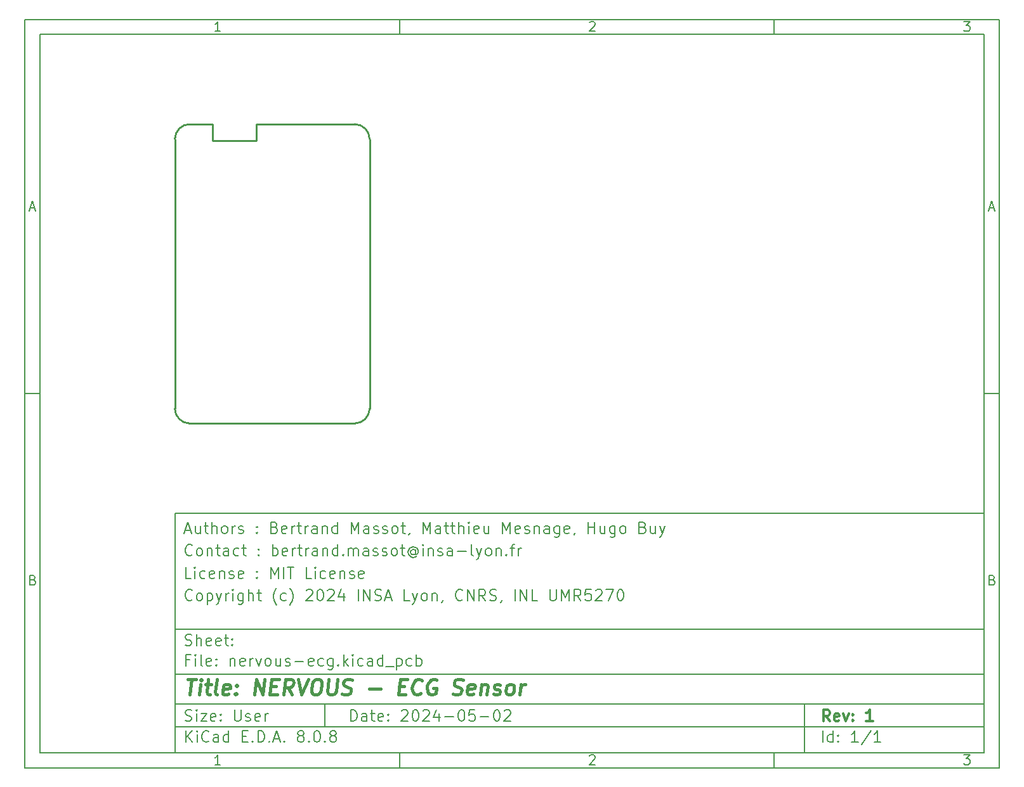
<source format=gbr>
%TF.GenerationSoftware,KiCad,Pcbnew,8.0.8*%
%TF.CreationDate,2025-02-27T16:48:53+01:00*%
%TF.ProjectId,nervous-ecg,6e657276-6f75-4732-9d65-63672e6b6963,1*%
%TF.SameCoordinates,Original*%
%TF.FileFunction,Profile,NP*%
%FSLAX46Y46*%
G04 Gerber Fmt 4.6, Leading zero omitted, Abs format (unit mm)*
G04 Created by KiCad (PCBNEW 8.0.8) date 2025-02-27 16:48:53*
%MOMM*%
%LPD*%
G01*
G04 APERTURE LIST*
%ADD10C,0.100000*%
%ADD11C,0.150000*%
%ADD12C,0.300000*%
%ADD13C,0.400000*%
%TA.AperFunction,Profile*%
%ADD14C,0.254000*%
%TD*%
G04 APERTURE END LIST*
D10*
D11*
X30012000Y-75990000D02*
X138012000Y-75990000D01*
X138012000Y-107990000D01*
X30012000Y-107990000D01*
X30012000Y-75990000D01*
D10*
D11*
X10000000Y-10000000D02*
X140012000Y-10000000D01*
X140012000Y-109990000D01*
X10000000Y-109990000D01*
X10000000Y-10000000D01*
D10*
D11*
X12000000Y-12000000D02*
X138012000Y-12000000D01*
X138012000Y-107990000D01*
X12000000Y-107990000D01*
X12000000Y-12000000D01*
D10*
D11*
X60000000Y-12000000D02*
X60000000Y-10000000D01*
D10*
D11*
X110000000Y-12000000D02*
X110000000Y-10000000D01*
D10*
D11*
X36089160Y-11593604D02*
X35346303Y-11593604D01*
X35717731Y-11593604D02*
X35717731Y-10293604D01*
X35717731Y-10293604D02*
X35593922Y-10479319D01*
X35593922Y-10479319D02*
X35470112Y-10603128D01*
X35470112Y-10603128D02*
X35346303Y-10665033D01*
D10*
D11*
X85346303Y-10417414D02*
X85408207Y-10355509D01*
X85408207Y-10355509D02*
X85532017Y-10293604D01*
X85532017Y-10293604D02*
X85841541Y-10293604D01*
X85841541Y-10293604D02*
X85965350Y-10355509D01*
X85965350Y-10355509D02*
X86027255Y-10417414D01*
X86027255Y-10417414D02*
X86089160Y-10541223D01*
X86089160Y-10541223D02*
X86089160Y-10665033D01*
X86089160Y-10665033D02*
X86027255Y-10850747D01*
X86027255Y-10850747D02*
X85284398Y-11593604D01*
X85284398Y-11593604D02*
X86089160Y-11593604D01*
D10*
D11*
X135284398Y-10293604D02*
X136089160Y-10293604D01*
X136089160Y-10293604D02*
X135655826Y-10788842D01*
X135655826Y-10788842D02*
X135841541Y-10788842D01*
X135841541Y-10788842D02*
X135965350Y-10850747D01*
X135965350Y-10850747D02*
X136027255Y-10912652D01*
X136027255Y-10912652D02*
X136089160Y-11036461D01*
X136089160Y-11036461D02*
X136089160Y-11345985D01*
X136089160Y-11345985D02*
X136027255Y-11469795D01*
X136027255Y-11469795D02*
X135965350Y-11531700D01*
X135965350Y-11531700D02*
X135841541Y-11593604D01*
X135841541Y-11593604D02*
X135470112Y-11593604D01*
X135470112Y-11593604D02*
X135346303Y-11531700D01*
X135346303Y-11531700D02*
X135284398Y-11469795D01*
D10*
D11*
X60000000Y-107990000D02*
X60000000Y-109990000D01*
D10*
D11*
X110000000Y-107990000D02*
X110000000Y-109990000D01*
D10*
D11*
X36089160Y-109583604D02*
X35346303Y-109583604D01*
X35717731Y-109583604D02*
X35717731Y-108283604D01*
X35717731Y-108283604D02*
X35593922Y-108469319D01*
X35593922Y-108469319D02*
X35470112Y-108593128D01*
X35470112Y-108593128D02*
X35346303Y-108655033D01*
D10*
D11*
X85346303Y-108407414D02*
X85408207Y-108345509D01*
X85408207Y-108345509D02*
X85532017Y-108283604D01*
X85532017Y-108283604D02*
X85841541Y-108283604D01*
X85841541Y-108283604D02*
X85965350Y-108345509D01*
X85965350Y-108345509D02*
X86027255Y-108407414D01*
X86027255Y-108407414D02*
X86089160Y-108531223D01*
X86089160Y-108531223D02*
X86089160Y-108655033D01*
X86089160Y-108655033D02*
X86027255Y-108840747D01*
X86027255Y-108840747D02*
X85284398Y-109583604D01*
X85284398Y-109583604D02*
X86089160Y-109583604D01*
D10*
D11*
X135284398Y-108283604D02*
X136089160Y-108283604D01*
X136089160Y-108283604D02*
X135655826Y-108778842D01*
X135655826Y-108778842D02*
X135841541Y-108778842D01*
X135841541Y-108778842D02*
X135965350Y-108840747D01*
X135965350Y-108840747D02*
X136027255Y-108902652D01*
X136027255Y-108902652D02*
X136089160Y-109026461D01*
X136089160Y-109026461D02*
X136089160Y-109335985D01*
X136089160Y-109335985D02*
X136027255Y-109459795D01*
X136027255Y-109459795D02*
X135965350Y-109521700D01*
X135965350Y-109521700D02*
X135841541Y-109583604D01*
X135841541Y-109583604D02*
X135470112Y-109583604D01*
X135470112Y-109583604D02*
X135346303Y-109521700D01*
X135346303Y-109521700D02*
X135284398Y-109459795D01*
D10*
D11*
X10000000Y-60000000D02*
X12000000Y-60000000D01*
D10*
D11*
X10690476Y-35222176D02*
X11309523Y-35222176D01*
X10566666Y-35593604D02*
X10999999Y-34293604D01*
X10999999Y-34293604D02*
X11433333Y-35593604D01*
D10*
D11*
X11092857Y-84912652D02*
X11278571Y-84974557D01*
X11278571Y-84974557D02*
X11340476Y-85036461D01*
X11340476Y-85036461D02*
X11402380Y-85160271D01*
X11402380Y-85160271D02*
X11402380Y-85345985D01*
X11402380Y-85345985D02*
X11340476Y-85469795D01*
X11340476Y-85469795D02*
X11278571Y-85531700D01*
X11278571Y-85531700D02*
X11154761Y-85593604D01*
X11154761Y-85593604D02*
X10659523Y-85593604D01*
X10659523Y-85593604D02*
X10659523Y-84293604D01*
X10659523Y-84293604D02*
X11092857Y-84293604D01*
X11092857Y-84293604D02*
X11216666Y-84355509D01*
X11216666Y-84355509D02*
X11278571Y-84417414D01*
X11278571Y-84417414D02*
X11340476Y-84541223D01*
X11340476Y-84541223D02*
X11340476Y-84665033D01*
X11340476Y-84665033D02*
X11278571Y-84788842D01*
X11278571Y-84788842D02*
X11216666Y-84850747D01*
X11216666Y-84850747D02*
X11092857Y-84912652D01*
X11092857Y-84912652D02*
X10659523Y-84912652D01*
D10*
D11*
X140012000Y-60000000D02*
X138012000Y-60000000D01*
D10*
D11*
X138702476Y-35222176D02*
X139321523Y-35222176D01*
X138578666Y-35593604D02*
X139011999Y-34293604D01*
X139011999Y-34293604D02*
X139445333Y-35593604D01*
D10*
D11*
X139104857Y-84912652D02*
X139290571Y-84974557D01*
X139290571Y-84974557D02*
X139352476Y-85036461D01*
X139352476Y-85036461D02*
X139414380Y-85160271D01*
X139414380Y-85160271D02*
X139414380Y-85345985D01*
X139414380Y-85345985D02*
X139352476Y-85469795D01*
X139352476Y-85469795D02*
X139290571Y-85531700D01*
X139290571Y-85531700D02*
X139166761Y-85593604D01*
X139166761Y-85593604D02*
X138671523Y-85593604D01*
X138671523Y-85593604D02*
X138671523Y-84293604D01*
X138671523Y-84293604D02*
X139104857Y-84293604D01*
X139104857Y-84293604D02*
X139228666Y-84355509D01*
X139228666Y-84355509D02*
X139290571Y-84417414D01*
X139290571Y-84417414D02*
X139352476Y-84541223D01*
X139352476Y-84541223D02*
X139352476Y-84665033D01*
X139352476Y-84665033D02*
X139290571Y-84788842D01*
X139290571Y-84788842D02*
X139228666Y-84850747D01*
X139228666Y-84850747D02*
X139104857Y-84912652D01*
X139104857Y-84912652D02*
X138671523Y-84912652D01*
D10*
D11*
X53467826Y-103776128D02*
X53467826Y-102276128D01*
X53467826Y-102276128D02*
X53824969Y-102276128D01*
X53824969Y-102276128D02*
X54039255Y-102347557D01*
X54039255Y-102347557D02*
X54182112Y-102490414D01*
X54182112Y-102490414D02*
X54253541Y-102633271D01*
X54253541Y-102633271D02*
X54324969Y-102918985D01*
X54324969Y-102918985D02*
X54324969Y-103133271D01*
X54324969Y-103133271D02*
X54253541Y-103418985D01*
X54253541Y-103418985D02*
X54182112Y-103561842D01*
X54182112Y-103561842D02*
X54039255Y-103704700D01*
X54039255Y-103704700D02*
X53824969Y-103776128D01*
X53824969Y-103776128D02*
X53467826Y-103776128D01*
X55610684Y-103776128D02*
X55610684Y-102990414D01*
X55610684Y-102990414D02*
X55539255Y-102847557D01*
X55539255Y-102847557D02*
X55396398Y-102776128D01*
X55396398Y-102776128D02*
X55110684Y-102776128D01*
X55110684Y-102776128D02*
X54967826Y-102847557D01*
X55610684Y-103704700D02*
X55467826Y-103776128D01*
X55467826Y-103776128D02*
X55110684Y-103776128D01*
X55110684Y-103776128D02*
X54967826Y-103704700D01*
X54967826Y-103704700D02*
X54896398Y-103561842D01*
X54896398Y-103561842D02*
X54896398Y-103418985D01*
X54896398Y-103418985D02*
X54967826Y-103276128D01*
X54967826Y-103276128D02*
X55110684Y-103204700D01*
X55110684Y-103204700D02*
X55467826Y-103204700D01*
X55467826Y-103204700D02*
X55610684Y-103133271D01*
X56110684Y-102776128D02*
X56682112Y-102776128D01*
X56324969Y-102276128D02*
X56324969Y-103561842D01*
X56324969Y-103561842D02*
X56396398Y-103704700D01*
X56396398Y-103704700D02*
X56539255Y-103776128D01*
X56539255Y-103776128D02*
X56682112Y-103776128D01*
X57753541Y-103704700D02*
X57610684Y-103776128D01*
X57610684Y-103776128D02*
X57324970Y-103776128D01*
X57324970Y-103776128D02*
X57182112Y-103704700D01*
X57182112Y-103704700D02*
X57110684Y-103561842D01*
X57110684Y-103561842D02*
X57110684Y-102990414D01*
X57110684Y-102990414D02*
X57182112Y-102847557D01*
X57182112Y-102847557D02*
X57324970Y-102776128D01*
X57324970Y-102776128D02*
X57610684Y-102776128D01*
X57610684Y-102776128D02*
X57753541Y-102847557D01*
X57753541Y-102847557D02*
X57824970Y-102990414D01*
X57824970Y-102990414D02*
X57824970Y-103133271D01*
X57824970Y-103133271D02*
X57110684Y-103276128D01*
X58467826Y-103633271D02*
X58539255Y-103704700D01*
X58539255Y-103704700D02*
X58467826Y-103776128D01*
X58467826Y-103776128D02*
X58396398Y-103704700D01*
X58396398Y-103704700D02*
X58467826Y-103633271D01*
X58467826Y-103633271D02*
X58467826Y-103776128D01*
X58467826Y-102847557D02*
X58539255Y-102918985D01*
X58539255Y-102918985D02*
X58467826Y-102990414D01*
X58467826Y-102990414D02*
X58396398Y-102918985D01*
X58396398Y-102918985D02*
X58467826Y-102847557D01*
X58467826Y-102847557D02*
X58467826Y-102990414D01*
X60253541Y-102418985D02*
X60324969Y-102347557D01*
X60324969Y-102347557D02*
X60467827Y-102276128D01*
X60467827Y-102276128D02*
X60824969Y-102276128D01*
X60824969Y-102276128D02*
X60967827Y-102347557D01*
X60967827Y-102347557D02*
X61039255Y-102418985D01*
X61039255Y-102418985D02*
X61110684Y-102561842D01*
X61110684Y-102561842D02*
X61110684Y-102704700D01*
X61110684Y-102704700D02*
X61039255Y-102918985D01*
X61039255Y-102918985D02*
X60182112Y-103776128D01*
X60182112Y-103776128D02*
X61110684Y-103776128D01*
X62039255Y-102276128D02*
X62182112Y-102276128D01*
X62182112Y-102276128D02*
X62324969Y-102347557D01*
X62324969Y-102347557D02*
X62396398Y-102418985D01*
X62396398Y-102418985D02*
X62467826Y-102561842D01*
X62467826Y-102561842D02*
X62539255Y-102847557D01*
X62539255Y-102847557D02*
X62539255Y-103204700D01*
X62539255Y-103204700D02*
X62467826Y-103490414D01*
X62467826Y-103490414D02*
X62396398Y-103633271D01*
X62396398Y-103633271D02*
X62324969Y-103704700D01*
X62324969Y-103704700D02*
X62182112Y-103776128D01*
X62182112Y-103776128D02*
X62039255Y-103776128D01*
X62039255Y-103776128D02*
X61896398Y-103704700D01*
X61896398Y-103704700D02*
X61824969Y-103633271D01*
X61824969Y-103633271D02*
X61753540Y-103490414D01*
X61753540Y-103490414D02*
X61682112Y-103204700D01*
X61682112Y-103204700D02*
X61682112Y-102847557D01*
X61682112Y-102847557D02*
X61753540Y-102561842D01*
X61753540Y-102561842D02*
X61824969Y-102418985D01*
X61824969Y-102418985D02*
X61896398Y-102347557D01*
X61896398Y-102347557D02*
X62039255Y-102276128D01*
X63110683Y-102418985D02*
X63182111Y-102347557D01*
X63182111Y-102347557D02*
X63324969Y-102276128D01*
X63324969Y-102276128D02*
X63682111Y-102276128D01*
X63682111Y-102276128D02*
X63824969Y-102347557D01*
X63824969Y-102347557D02*
X63896397Y-102418985D01*
X63896397Y-102418985D02*
X63967826Y-102561842D01*
X63967826Y-102561842D02*
X63967826Y-102704700D01*
X63967826Y-102704700D02*
X63896397Y-102918985D01*
X63896397Y-102918985D02*
X63039254Y-103776128D01*
X63039254Y-103776128D02*
X63967826Y-103776128D01*
X65253540Y-102776128D02*
X65253540Y-103776128D01*
X64896397Y-102204700D02*
X64539254Y-103276128D01*
X64539254Y-103276128D02*
X65467825Y-103276128D01*
X66039253Y-103204700D02*
X67182111Y-103204700D01*
X68182111Y-102276128D02*
X68324968Y-102276128D01*
X68324968Y-102276128D02*
X68467825Y-102347557D01*
X68467825Y-102347557D02*
X68539254Y-102418985D01*
X68539254Y-102418985D02*
X68610682Y-102561842D01*
X68610682Y-102561842D02*
X68682111Y-102847557D01*
X68682111Y-102847557D02*
X68682111Y-103204700D01*
X68682111Y-103204700D02*
X68610682Y-103490414D01*
X68610682Y-103490414D02*
X68539254Y-103633271D01*
X68539254Y-103633271D02*
X68467825Y-103704700D01*
X68467825Y-103704700D02*
X68324968Y-103776128D01*
X68324968Y-103776128D02*
X68182111Y-103776128D01*
X68182111Y-103776128D02*
X68039254Y-103704700D01*
X68039254Y-103704700D02*
X67967825Y-103633271D01*
X67967825Y-103633271D02*
X67896396Y-103490414D01*
X67896396Y-103490414D02*
X67824968Y-103204700D01*
X67824968Y-103204700D02*
X67824968Y-102847557D01*
X67824968Y-102847557D02*
X67896396Y-102561842D01*
X67896396Y-102561842D02*
X67967825Y-102418985D01*
X67967825Y-102418985D02*
X68039254Y-102347557D01*
X68039254Y-102347557D02*
X68182111Y-102276128D01*
X70039253Y-102276128D02*
X69324967Y-102276128D01*
X69324967Y-102276128D02*
X69253539Y-102990414D01*
X69253539Y-102990414D02*
X69324967Y-102918985D01*
X69324967Y-102918985D02*
X69467825Y-102847557D01*
X69467825Y-102847557D02*
X69824967Y-102847557D01*
X69824967Y-102847557D02*
X69967825Y-102918985D01*
X69967825Y-102918985D02*
X70039253Y-102990414D01*
X70039253Y-102990414D02*
X70110682Y-103133271D01*
X70110682Y-103133271D02*
X70110682Y-103490414D01*
X70110682Y-103490414D02*
X70039253Y-103633271D01*
X70039253Y-103633271D02*
X69967825Y-103704700D01*
X69967825Y-103704700D02*
X69824967Y-103776128D01*
X69824967Y-103776128D02*
X69467825Y-103776128D01*
X69467825Y-103776128D02*
X69324967Y-103704700D01*
X69324967Y-103704700D02*
X69253539Y-103633271D01*
X70753538Y-103204700D02*
X71896396Y-103204700D01*
X72896396Y-102276128D02*
X73039253Y-102276128D01*
X73039253Y-102276128D02*
X73182110Y-102347557D01*
X73182110Y-102347557D02*
X73253539Y-102418985D01*
X73253539Y-102418985D02*
X73324967Y-102561842D01*
X73324967Y-102561842D02*
X73396396Y-102847557D01*
X73396396Y-102847557D02*
X73396396Y-103204700D01*
X73396396Y-103204700D02*
X73324967Y-103490414D01*
X73324967Y-103490414D02*
X73253539Y-103633271D01*
X73253539Y-103633271D02*
X73182110Y-103704700D01*
X73182110Y-103704700D02*
X73039253Y-103776128D01*
X73039253Y-103776128D02*
X72896396Y-103776128D01*
X72896396Y-103776128D02*
X72753539Y-103704700D01*
X72753539Y-103704700D02*
X72682110Y-103633271D01*
X72682110Y-103633271D02*
X72610681Y-103490414D01*
X72610681Y-103490414D02*
X72539253Y-103204700D01*
X72539253Y-103204700D02*
X72539253Y-102847557D01*
X72539253Y-102847557D02*
X72610681Y-102561842D01*
X72610681Y-102561842D02*
X72682110Y-102418985D01*
X72682110Y-102418985D02*
X72753539Y-102347557D01*
X72753539Y-102347557D02*
X72896396Y-102276128D01*
X73967824Y-102418985D02*
X74039252Y-102347557D01*
X74039252Y-102347557D02*
X74182110Y-102276128D01*
X74182110Y-102276128D02*
X74539252Y-102276128D01*
X74539252Y-102276128D02*
X74682110Y-102347557D01*
X74682110Y-102347557D02*
X74753538Y-102418985D01*
X74753538Y-102418985D02*
X74824967Y-102561842D01*
X74824967Y-102561842D02*
X74824967Y-102704700D01*
X74824967Y-102704700D02*
X74753538Y-102918985D01*
X74753538Y-102918985D02*
X73896395Y-103776128D01*
X73896395Y-103776128D02*
X74824967Y-103776128D01*
D10*
D11*
X30012000Y-104490000D02*
X138012000Y-104490000D01*
D10*
D11*
X31467826Y-106576128D02*
X31467826Y-105076128D01*
X32324969Y-106576128D02*
X31682112Y-105718985D01*
X32324969Y-105076128D02*
X31467826Y-105933271D01*
X32967826Y-106576128D02*
X32967826Y-105576128D01*
X32967826Y-105076128D02*
X32896398Y-105147557D01*
X32896398Y-105147557D02*
X32967826Y-105218985D01*
X32967826Y-105218985D02*
X33039255Y-105147557D01*
X33039255Y-105147557D02*
X32967826Y-105076128D01*
X32967826Y-105076128D02*
X32967826Y-105218985D01*
X34539255Y-106433271D02*
X34467827Y-106504700D01*
X34467827Y-106504700D02*
X34253541Y-106576128D01*
X34253541Y-106576128D02*
X34110684Y-106576128D01*
X34110684Y-106576128D02*
X33896398Y-106504700D01*
X33896398Y-106504700D02*
X33753541Y-106361842D01*
X33753541Y-106361842D02*
X33682112Y-106218985D01*
X33682112Y-106218985D02*
X33610684Y-105933271D01*
X33610684Y-105933271D02*
X33610684Y-105718985D01*
X33610684Y-105718985D02*
X33682112Y-105433271D01*
X33682112Y-105433271D02*
X33753541Y-105290414D01*
X33753541Y-105290414D02*
X33896398Y-105147557D01*
X33896398Y-105147557D02*
X34110684Y-105076128D01*
X34110684Y-105076128D02*
X34253541Y-105076128D01*
X34253541Y-105076128D02*
X34467827Y-105147557D01*
X34467827Y-105147557D02*
X34539255Y-105218985D01*
X35824970Y-106576128D02*
X35824970Y-105790414D01*
X35824970Y-105790414D02*
X35753541Y-105647557D01*
X35753541Y-105647557D02*
X35610684Y-105576128D01*
X35610684Y-105576128D02*
X35324970Y-105576128D01*
X35324970Y-105576128D02*
X35182112Y-105647557D01*
X35824970Y-106504700D02*
X35682112Y-106576128D01*
X35682112Y-106576128D02*
X35324970Y-106576128D01*
X35324970Y-106576128D02*
X35182112Y-106504700D01*
X35182112Y-106504700D02*
X35110684Y-106361842D01*
X35110684Y-106361842D02*
X35110684Y-106218985D01*
X35110684Y-106218985D02*
X35182112Y-106076128D01*
X35182112Y-106076128D02*
X35324970Y-106004700D01*
X35324970Y-106004700D02*
X35682112Y-106004700D01*
X35682112Y-106004700D02*
X35824970Y-105933271D01*
X37182113Y-106576128D02*
X37182113Y-105076128D01*
X37182113Y-106504700D02*
X37039255Y-106576128D01*
X37039255Y-106576128D02*
X36753541Y-106576128D01*
X36753541Y-106576128D02*
X36610684Y-106504700D01*
X36610684Y-106504700D02*
X36539255Y-106433271D01*
X36539255Y-106433271D02*
X36467827Y-106290414D01*
X36467827Y-106290414D02*
X36467827Y-105861842D01*
X36467827Y-105861842D02*
X36539255Y-105718985D01*
X36539255Y-105718985D02*
X36610684Y-105647557D01*
X36610684Y-105647557D02*
X36753541Y-105576128D01*
X36753541Y-105576128D02*
X37039255Y-105576128D01*
X37039255Y-105576128D02*
X37182113Y-105647557D01*
X39039255Y-105790414D02*
X39539255Y-105790414D01*
X39753541Y-106576128D02*
X39039255Y-106576128D01*
X39039255Y-106576128D02*
X39039255Y-105076128D01*
X39039255Y-105076128D02*
X39753541Y-105076128D01*
X40396398Y-106433271D02*
X40467827Y-106504700D01*
X40467827Y-106504700D02*
X40396398Y-106576128D01*
X40396398Y-106576128D02*
X40324970Y-106504700D01*
X40324970Y-106504700D02*
X40396398Y-106433271D01*
X40396398Y-106433271D02*
X40396398Y-106576128D01*
X41110684Y-106576128D02*
X41110684Y-105076128D01*
X41110684Y-105076128D02*
X41467827Y-105076128D01*
X41467827Y-105076128D02*
X41682113Y-105147557D01*
X41682113Y-105147557D02*
X41824970Y-105290414D01*
X41824970Y-105290414D02*
X41896399Y-105433271D01*
X41896399Y-105433271D02*
X41967827Y-105718985D01*
X41967827Y-105718985D02*
X41967827Y-105933271D01*
X41967827Y-105933271D02*
X41896399Y-106218985D01*
X41896399Y-106218985D02*
X41824970Y-106361842D01*
X41824970Y-106361842D02*
X41682113Y-106504700D01*
X41682113Y-106504700D02*
X41467827Y-106576128D01*
X41467827Y-106576128D02*
X41110684Y-106576128D01*
X42610684Y-106433271D02*
X42682113Y-106504700D01*
X42682113Y-106504700D02*
X42610684Y-106576128D01*
X42610684Y-106576128D02*
X42539256Y-106504700D01*
X42539256Y-106504700D02*
X42610684Y-106433271D01*
X42610684Y-106433271D02*
X42610684Y-106576128D01*
X43253542Y-106147557D02*
X43967828Y-106147557D01*
X43110685Y-106576128D02*
X43610685Y-105076128D01*
X43610685Y-105076128D02*
X44110685Y-106576128D01*
X44610684Y-106433271D02*
X44682113Y-106504700D01*
X44682113Y-106504700D02*
X44610684Y-106576128D01*
X44610684Y-106576128D02*
X44539256Y-106504700D01*
X44539256Y-106504700D02*
X44610684Y-106433271D01*
X44610684Y-106433271D02*
X44610684Y-106576128D01*
X46682113Y-105718985D02*
X46539256Y-105647557D01*
X46539256Y-105647557D02*
X46467827Y-105576128D01*
X46467827Y-105576128D02*
X46396399Y-105433271D01*
X46396399Y-105433271D02*
X46396399Y-105361842D01*
X46396399Y-105361842D02*
X46467827Y-105218985D01*
X46467827Y-105218985D02*
X46539256Y-105147557D01*
X46539256Y-105147557D02*
X46682113Y-105076128D01*
X46682113Y-105076128D02*
X46967827Y-105076128D01*
X46967827Y-105076128D02*
X47110685Y-105147557D01*
X47110685Y-105147557D02*
X47182113Y-105218985D01*
X47182113Y-105218985D02*
X47253542Y-105361842D01*
X47253542Y-105361842D02*
X47253542Y-105433271D01*
X47253542Y-105433271D02*
X47182113Y-105576128D01*
X47182113Y-105576128D02*
X47110685Y-105647557D01*
X47110685Y-105647557D02*
X46967827Y-105718985D01*
X46967827Y-105718985D02*
X46682113Y-105718985D01*
X46682113Y-105718985D02*
X46539256Y-105790414D01*
X46539256Y-105790414D02*
X46467827Y-105861842D01*
X46467827Y-105861842D02*
X46396399Y-106004700D01*
X46396399Y-106004700D02*
X46396399Y-106290414D01*
X46396399Y-106290414D02*
X46467827Y-106433271D01*
X46467827Y-106433271D02*
X46539256Y-106504700D01*
X46539256Y-106504700D02*
X46682113Y-106576128D01*
X46682113Y-106576128D02*
X46967827Y-106576128D01*
X46967827Y-106576128D02*
X47110685Y-106504700D01*
X47110685Y-106504700D02*
X47182113Y-106433271D01*
X47182113Y-106433271D02*
X47253542Y-106290414D01*
X47253542Y-106290414D02*
X47253542Y-106004700D01*
X47253542Y-106004700D02*
X47182113Y-105861842D01*
X47182113Y-105861842D02*
X47110685Y-105790414D01*
X47110685Y-105790414D02*
X46967827Y-105718985D01*
X47896398Y-106433271D02*
X47967827Y-106504700D01*
X47967827Y-106504700D02*
X47896398Y-106576128D01*
X47896398Y-106576128D02*
X47824970Y-106504700D01*
X47824970Y-106504700D02*
X47896398Y-106433271D01*
X47896398Y-106433271D02*
X47896398Y-106576128D01*
X48896399Y-105076128D02*
X49039256Y-105076128D01*
X49039256Y-105076128D02*
X49182113Y-105147557D01*
X49182113Y-105147557D02*
X49253542Y-105218985D01*
X49253542Y-105218985D02*
X49324970Y-105361842D01*
X49324970Y-105361842D02*
X49396399Y-105647557D01*
X49396399Y-105647557D02*
X49396399Y-106004700D01*
X49396399Y-106004700D02*
X49324970Y-106290414D01*
X49324970Y-106290414D02*
X49253542Y-106433271D01*
X49253542Y-106433271D02*
X49182113Y-106504700D01*
X49182113Y-106504700D02*
X49039256Y-106576128D01*
X49039256Y-106576128D02*
X48896399Y-106576128D01*
X48896399Y-106576128D02*
X48753542Y-106504700D01*
X48753542Y-106504700D02*
X48682113Y-106433271D01*
X48682113Y-106433271D02*
X48610684Y-106290414D01*
X48610684Y-106290414D02*
X48539256Y-106004700D01*
X48539256Y-106004700D02*
X48539256Y-105647557D01*
X48539256Y-105647557D02*
X48610684Y-105361842D01*
X48610684Y-105361842D02*
X48682113Y-105218985D01*
X48682113Y-105218985D02*
X48753542Y-105147557D01*
X48753542Y-105147557D02*
X48896399Y-105076128D01*
X50039255Y-106433271D02*
X50110684Y-106504700D01*
X50110684Y-106504700D02*
X50039255Y-106576128D01*
X50039255Y-106576128D02*
X49967827Y-106504700D01*
X49967827Y-106504700D02*
X50039255Y-106433271D01*
X50039255Y-106433271D02*
X50039255Y-106576128D01*
X50967827Y-105718985D02*
X50824970Y-105647557D01*
X50824970Y-105647557D02*
X50753541Y-105576128D01*
X50753541Y-105576128D02*
X50682113Y-105433271D01*
X50682113Y-105433271D02*
X50682113Y-105361842D01*
X50682113Y-105361842D02*
X50753541Y-105218985D01*
X50753541Y-105218985D02*
X50824970Y-105147557D01*
X50824970Y-105147557D02*
X50967827Y-105076128D01*
X50967827Y-105076128D02*
X51253541Y-105076128D01*
X51253541Y-105076128D02*
X51396399Y-105147557D01*
X51396399Y-105147557D02*
X51467827Y-105218985D01*
X51467827Y-105218985D02*
X51539256Y-105361842D01*
X51539256Y-105361842D02*
X51539256Y-105433271D01*
X51539256Y-105433271D02*
X51467827Y-105576128D01*
X51467827Y-105576128D02*
X51396399Y-105647557D01*
X51396399Y-105647557D02*
X51253541Y-105718985D01*
X51253541Y-105718985D02*
X50967827Y-105718985D01*
X50967827Y-105718985D02*
X50824970Y-105790414D01*
X50824970Y-105790414D02*
X50753541Y-105861842D01*
X50753541Y-105861842D02*
X50682113Y-106004700D01*
X50682113Y-106004700D02*
X50682113Y-106290414D01*
X50682113Y-106290414D02*
X50753541Y-106433271D01*
X50753541Y-106433271D02*
X50824970Y-106504700D01*
X50824970Y-106504700D02*
X50967827Y-106576128D01*
X50967827Y-106576128D02*
X51253541Y-106576128D01*
X51253541Y-106576128D02*
X51396399Y-106504700D01*
X51396399Y-106504700D02*
X51467827Y-106433271D01*
X51467827Y-106433271D02*
X51539256Y-106290414D01*
X51539256Y-106290414D02*
X51539256Y-106004700D01*
X51539256Y-106004700D02*
X51467827Y-105861842D01*
X51467827Y-105861842D02*
X51396399Y-105790414D01*
X51396399Y-105790414D02*
X51253541Y-105718985D01*
D10*
D11*
X30012000Y-101490000D02*
X138012000Y-101490000D01*
D10*
D12*
X117423653Y-103768328D02*
X116923653Y-103054042D01*
X116566510Y-103768328D02*
X116566510Y-102268328D01*
X116566510Y-102268328D02*
X117137939Y-102268328D01*
X117137939Y-102268328D02*
X117280796Y-102339757D01*
X117280796Y-102339757D02*
X117352225Y-102411185D01*
X117352225Y-102411185D02*
X117423653Y-102554042D01*
X117423653Y-102554042D02*
X117423653Y-102768328D01*
X117423653Y-102768328D02*
X117352225Y-102911185D01*
X117352225Y-102911185D02*
X117280796Y-102982614D01*
X117280796Y-102982614D02*
X117137939Y-103054042D01*
X117137939Y-103054042D02*
X116566510Y-103054042D01*
X118637939Y-103696900D02*
X118495082Y-103768328D01*
X118495082Y-103768328D02*
X118209368Y-103768328D01*
X118209368Y-103768328D02*
X118066510Y-103696900D01*
X118066510Y-103696900D02*
X117995082Y-103554042D01*
X117995082Y-103554042D02*
X117995082Y-102982614D01*
X117995082Y-102982614D02*
X118066510Y-102839757D01*
X118066510Y-102839757D02*
X118209368Y-102768328D01*
X118209368Y-102768328D02*
X118495082Y-102768328D01*
X118495082Y-102768328D02*
X118637939Y-102839757D01*
X118637939Y-102839757D02*
X118709368Y-102982614D01*
X118709368Y-102982614D02*
X118709368Y-103125471D01*
X118709368Y-103125471D02*
X117995082Y-103268328D01*
X119209367Y-102768328D02*
X119566510Y-103768328D01*
X119566510Y-103768328D02*
X119923653Y-102768328D01*
X120495081Y-103625471D02*
X120566510Y-103696900D01*
X120566510Y-103696900D02*
X120495081Y-103768328D01*
X120495081Y-103768328D02*
X120423653Y-103696900D01*
X120423653Y-103696900D02*
X120495081Y-103625471D01*
X120495081Y-103625471D02*
X120495081Y-103768328D01*
X120495081Y-102839757D02*
X120566510Y-102911185D01*
X120566510Y-102911185D02*
X120495081Y-102982614D01*
X120495081Y-102982614D02*
X120423653Y-102911185D01*
X120423653Y-102911185D02*
X120495081Y-102839757D01*
X120495081Y-102839757D02*
X120495081Y-102982614D01*
X123137939Y-103768328D02*
X122280796Y-103768328D01*
X122709367Y-103768328D02*
X122709367Y-102268328D01*
X122709367Y-102268328D02*
X122566510Y-102482614D01*
X122566510Y-102482614D02*
X122423653Y-102625471D01*
X122423653Y-102625471D02*
X122280796Y-102696900D01*
D10*
D11*
X31396398Y-103704700D02*
X31610684Y-103776128D01*
X31610684Y-103776128D02*
X31967826Y-103776128D01*
X31967826Y-103776128D02*
X32110684Y-103704700D01*
X32110684Y-103704700D02*
X32182112Y-103633271D01*
X32182112Y-103633271D02*
X32253541Y-103490414D01*
X32253541Y-103490414D02*
X32253541Y-103347557D01*
X32253541Y-103347557D02*
X32182112Y-103204700D01*
X32182112Y-103204700D02*
X32110684Y-103133271D01*
X32110684Y-103133271D02*
X31967826Y-103061842D01*
X31967826Y-103061842D02*
X31682112Y-102990414D01*
X31682112Y-102990414D02*
X31539255Y-102918985D01*
X31539255Y-102918985D02*
X31467826Y-102847557D01*
X31467826Y-102847557D02*
X31396398Y-102704700D01*
X31396398Y-102704700D02*
X31396398Y-102561842D01*
X31396398Y-102561842D02*
X31467826Y-102418985D01*
X31467826Y-102418985D02*
X31539255Y-102347557D01*
X31539255Y-102347557D02*
X31682112Y-102276128D01*
X31682112Y-102276128D02*
X32039255Y-102276128D01*
X32039255Y-102276128D02*
X32253541Y-102347557D01*
X32896397Y-103776128D02*
X32896397Y-102776128D01*
X32896397Y-102276128D02*
X32824969Y-102347557D01*
X32824969Y-102347557D02*
X32896397Y-102418985D01*
X32896397Y-102418985D02*
X32967826Y-102347557D01*
X32967826Y-102347557D02*
X32896397Y-102276128D01*
X32896397Y-102276128D02*
X32896397Y-102418985D01*
X33467826Y-102776128D02*
X34253541Y-102776128D01*
X34253541Y-102776128D02*
X33467826Y-103776128D01*
X33467826Y-103776128D02*
X34253541Y-103776128D01*
X35396398Y-103704700D02*
X35253541Y-103776128D01*
X35253541Y-103776128D02*
X34967827Y-103776128D01*
X34967827Y-103776128D02*
X34824969Y-103704700D01*
X34824969Y-103704700D02*
X34753541Y-103561842D01*
X34753541Y-103561842D02*
X34753541Y-102990414D01*
X34753541Y-102990414D02*
X34824969Y-102847557D01*
X34824969Y-102847557D02*
X34967827Y-102776128D01*
X34967827Y-102776128D02*
X35253541Y-102776128D01*
X35253541Y-102776128D02*
X35396398Y-102847557D01*
X35396398Y-102847557D02*
X35467827Y-102990414D01*
X35467827Y-102990414D02*
X35467827Y-103133271D01*
X35467827Y-103133271D02*
X34753541Y-103276128D01*
X36110683Y-103633271D02*
X36182112Y-103704700D01*
X36182112Y-103704700D02*
X36110683Y-103776128D01*
X36110683Y-103776128D02*
X36039255Y-103704700D01*
X36039255Y-103704700D02*
X36110683Y-103633271D01*
X36110683Y-103633271D02*
X36110683Y-103776128D01*
X36110683Y-102847557D02*
X36182112Y-102918985D01*
X36182112Y-102918985D02*
X36110683Y-102990414D01*
X36110683Y-102990414D02*
X36039255Y-102918985D01*
X36039255Y-102918985D02*
X36110683Y-102847557D01*
X36110683Y-102847557D02*
X36110683Y-102990414D01*
X37967826Y-102276128D02*
X37967826Y-103490414D01*
X37967826Y-103490414D02*
X38039255Y-103633271D01*
X38039255Y-103633271D02*
X38110684Y-103704700D01*
X38110684Y-103704700D02*
X38253541Y-103776128D01*
X38253541Y-103776128D02*
X38539255Y-103776128D01*
X38539255Y-103776128D02*
X38682112Y-103704700D01*
X38682112Y-103704700D02*
X38753541Y-103633271D01*
X38753541Y-103633271D02*
X38824969Y-103490414D01*
X38824969Y-103490414D02*
X38824969Y-102276128D01*
X39467827Y-103704700D02*
X39610684Y-103776128D01*
X39610684Y-103776128D02*
X39896398Y-103776128D01*
X39896398Y-103776128D02*
X40039255Y-103704700D01*
X40039255Y-103704700D02*
X40110684Y-103561842D01*
X40110684Y-103561842D02*
X40110684Y-103490414D01*
X40110684Y-103490414D02*
X40039255Y-103347557D01*
X40039255Y-103347557D02*
X39896398Y-103276128D01*
X39896398Y-103276128D02*
X39682113Y-103276128D01*
X39682113Y-103276128D02*
X39539255Y-103204700D01*
X39539255Y-103204700D02*
X39467827Y-103061842D01*
X39467827Y-103061842D02*
X39467827Y-102990414D01*
X39467827Y-102990414D02*
X39539255Y-102847557D01*
X39539255Y-102847557D02*
X39682113Y-102776128D01*
X39682113Y-102776128D02*
X39896398Y-102776128D01*
X39896398Y-102776128D02*
X40039255Y-102847557D01*
X41324970Y-103704700D02*
X41182113Y-103776128D01*
X41182113Y-103776128D02*
X40896399Y-103776128D01*
X40896399Y-103776128D02*
X40753541Y-103704700D01*
X40753541Y-103704700D02*
X40682113Y-103561842D01*
X40682113Y-103561842D02*
X40682113Y-102990414D01*
X40682113Y-102990414D02*
X40753541Y-102847557D01*
X40753541Y-102847557D02*
X40896399Y-102776128D01*
X40896399Y-102776128D02*
X41182113Y-102776128D01*
X41182113Y-102776128D02*
X41324970Y-102847557D01*
X41324970Y-102847557D02*
X41396399Y-102990414D01*
X41396399Y-102990414D02*
X41396399Y-103133271D01*
X41396399Y-103133271D02*
X40682113Y-103276128D01*
X42039255Y-103776128D02*
X42039255Y-102776128D01*
X42039255Y-103061842D02*
X42110684Y-102918985D01*
X42110684Y-102918985D02*
X42182113Y-102847557D01*
X42182113Y-102847557D02*
X42324970Y-102776128D01*
X42324970Y-102776128D02*
X42467827Y-102776128D01*
D10*
D11*
X116467826Y-106576128D02*
X116467826Y-105076128D01*
X117824970Y-106576128D02*
X117824970Y-105076128D01*
X117824970Y-106504700D02*
X117682112Y-106576128D01*
X117682112Y-106576128D02*
X117396398Y-106576128D01*
X117396398Y-106576128D02*
X117253541Y-106504700D01*
X117253541Y-106504700D02*
X117182112Y-106433271D01*
X117182112Y-106433271D02*
X117110684Y-106290414D01*
X117110684Y-106290414D02*
X117110684Y-105861842D01*
X117110684Y-105861842D02*
X117182112Y-105718985D01*
X117182112Y-105718985D02*
X117253541Y-105647557D01*
X117253541Y-105647557D02*
X117396398Y-105576128D01*
X117396398Y-105576128D02*
X117682112Y-105576128D01*
X117682112Y-105576128D02*
X117824970Y-105647557D01*
X118539255Y-106433271D02*
X118610684Y-106504700D01*
X118610684Y-106504700D02*
X118539255Y-106576128D01*
X118539255Y-106576128D02*
X118467827Y-106504700D01*
X118467827Y-106504700D02*
X118539255Y-106433271D01*
X118539255Y-106433271D02*
X118539255Y-106576128D01*
X118539255Y-105647557D02*
X118610684Y-105718985D01*
X118610684Y-105718985D02*
X118539255Y-105790414D01*
X118539255Y-105790414D02*
X118467827Y-105718985D01*
X118467827Y-105718985D02*
X118539255Y-105647557D01*
X118539255Y-105647557D02*
X118539255Y-105790414D01*
X121182113Y-106576128D02*
X120324970Y-106576128D01*
X120753541Y-106576128D02*
X120753541Y-105076128D01*
X120753541Y-105076128D02*
X120610684Y-105290414D01*
X120610684Y-105290414D02*
X120467827Y-105433271D01*
X120467827Y-105433271D02*
X120324970Y-105504700D01*
X122896398Y-105004700D02*
X121610684Y-106933271D01*
X124182113Y-106576128D02*
X123324970Y-106576128D01*
X123753541Y-106576128D02*
X123753541Y-105076128D01*
X123753541Y-105076128D02*
X123610684Y-105290414D01*
X123610684Y-105290414D02*
X123467827Y-105433271D01*
X123467827Y-105433271D02*
X123324970Y-105504700D01*
D10*
D11*
X30012000Y-97490000D02*
X138012000Y-97490000D01*
D10*
D13*
X31703728Y-98194438D02*
X32846585Y-98194438D01*
X32025157Y-100194438D02*
X32275157Y-98194438D01*
X33263252Y-100194438D02*
X33429919Y-98861104D01*
X33513252Y-98194438D02*
X33406109Y-98289676D01*
X33406109Y-98289676D02*
X33489443Y-98384914D01*
X33489443Y-98384914D02*
X33596586Y-98289676D01*
X33596586Y-98289676D02*
X33513252Y-98194438D01*
X33513252Y-98194438D02*
X33489443Y-98384914D01*
X34096586Y-98861104D02*
X34858490Y-98861104D01*
X34465633Y-98194438D02*
X34251348Y-99908723D01*
X34251348Y-99908723D02*
X34322776Y-100099200D01*
X34322776Y-100099200D02*
X34501348Y-100194438D01*
X34501348Y-100194438D02*
X34691824Y-100194438D01*
X35644205Y-100194438D02*
X35465633Y-100099200D01*
X35465633Y-100099200D02*
X35394205Y-99908723D01*
X35394205Y-99908723D02*
X35608490Y-98194438D01*
X37179919Y-100099200D02*
X36977538Y-100194438D01*
X36977538Y-100194438D02*
X36596585Y-100194438D01*
X36596585Y-100194438D02*
X36418014Y-100099200D01*
X36418014Y-100099200D02*
X36346585Y-99908723D01*
X36346585Y-99908723D02*
X36441824Y-99146819D01*
X36441824Y-99146819D02*
X36560871Y-98956342D01*
X36560871Y-98956342D02*
X36763252Y-98861104D01*
X36763252Y-98861104D02*
X37144204Y-98861104D01*
X37144204Y-98861104D02*
X37322776Y-98956342D01*
X37322776Y-98956342D02*
X37394204Y-99146819D01*
X37394204Y-99146819D02*
X37370395Y-99337295D01*
X37370395Y-99337295D02*
X36394204Y-99527771D01*
X38144205Y-100003961D02*
X38227538Y-100099200D01*
X38227538Y-100099200D02*
X38120395Y-100194438D01*
X38120395Y-100194438D02*
X38037062Y-100099200D01*
X38037062Y-100099200D02*
X38144205Y-100003961D01*
X38144205Y-100003961D02*
X38120395Y-100194438D01*
X38275157Y-98956342D02*
X38358490Y-99051580D01*
X38358490Y-99051580D02*
X38251348Y-99146819D01*
X38251348Y-99146819D02*
X38168014Y-99051580D01*
X38168014Y-99051580D02*
X38275157Y-98956342D01*
X38275157Y-98956342D02*
X38251348Y-99146819D01*
X40596586Y-100194438D02*
X40846586Y-98194438D01*
X40846586Y-98194438D02*
X41739443Y-100194438D01*
X41739443Y-100194438D02*
X41989443Y-98194438D01*
X42822777Y-99146819D02*
X43489443Y-99146819D01*
X43644205Y-100194438D02*
X42691824Y-100194438D01*
X42691824Y-100194438D02*
X42941824Y-98194438D01*
X42941824Y-98194438D02*
X43894205Y-98194438D01*
X45644205Y-100194438D02*
X45096586Y-99242057D01*
X44501348Y-100194438D02*
X44751348Y-98194438D01*
X44751348Y-98194438D02*
X45513253Y-98194438D01*
X45513253Y-98194438D02*
X45691824Y-98289676D01*
X45691824Y-98289676D02*
X45775158Y-98384914D01*
X45775158Y-98384914D02*
X45846586Y-98575390D01*
X45846586Y-98575390D02*
X45810872Y-98861104D01*
X45810872Y-98861104D02*
X45691824Y-99051580D01*
X45691824Y-99051580D02*
X45584682Y-99146819D01*
X45584682Y-99146819D02*
X45382301Y-99242057D01*
X45382301Y-99242057D02*
X44620396Y-99242057D01*
X46465634Y-98194438D02*
X46882301Y-100194438D01*
X46882301Y-100194438D02*
X47798967Y-98194438D01*
X48846587Y-98194438D02*
X49227539Y-98194438D01*
X49227539Y-98194438D02*
X49406110Y-98289676D01*
X49406110Y-98289676D02*
X49572777Y-98480152D01*
X49572777Y-98480152D02*
X49620396Y-98861104D01*
X49620396Y-98861104D02*
X49537063Y-99527771D01*
X49537063Y-99527771D02*
X49394206Y-99908723D01*
X49394206Y-99908723D02*
X49179920Y-100099200D01*
X49179920Y-100099200D02*
X48977539Y-100194438D01*
X48977539Y-100194438D02*
X48596587Y-100194438D01*
X48596587Y-100194438D02*
X48418015Y-100099200D01*
X48418015Y-100099200D02*
X48251349Y-99908723D01*
X48251349Y-99908723D02*
X48203729Y-99527771D01*
X48203729Y-99527771D02*
X48287063Y-98861104D01*
X48287063Y-98861104D02*
X48429920Y-98480152D01*
X48429920Y-98480152D02*
X48644206Y-98289676D01*
X48644206Y-98289676D02*
X48846587Y-98194438D01*
X50560872Y-98194438D02*
X50358491Y-99813485D01*
X50358491Y-99813485D02*
X50429920Y-100003961D01*
X50429920Y-100003961D02*
X50513253Y-100099200D01*
X50513253Y-100099200D02*
X50691825Y-100194438D01*
X50691825Y-100194438D02*
X51072777Y-100194438D01*
X51072777Y-100194438D02*
X51275158Y-100099200D01*
X51275158Y-100099200D02*
X51382301Y-100003961D01*
X51382301Y-100003961D02*
X51501348Y-99813485D01*
X51501348Y-99813485D02*
X51703729Y-98194438D01*
X52322777Y-100099200D02*
X52596586Y-100194438D01*
X52596586Y-100194438D02*
X53072777Y-100194438D01*
X53072777Y-100194438D02*
X53275158Y-100099200D01*
X53275158Y-100099200D02*
X53382301Y-100003961D01*
X53382301Y-100003961D02*
X53501348Y-99813485D01*
X53501348Y-99813485D02*
X53525158Y-99623009D01*
X53525158Y-99623009D02*
X53453729Y-99432533D01*
X53453729Y-99432533D02*
X53370396Y-99337295D01*
X53370396Y-99337295D02*
X53191825Y-99242057D01*
X53191825Y-99242057D02*
X52822777Y-99146819D01*
X52822777Y-99146819D02*
X52644205Y-99051580D01*
X52644205Y-99051580D02*
X52560872Y-98956342D01*
X52560872Y-98956342D02*
X52489444Y-98765866D01*
X52489444Y-98765866D02*
X52513253Y-98575390D01*
X52513253Y-98575390D02*
X52632301Y-98384914D01*
X52632301Y-98384914D02*
X52739444Y-98289676D01*
X52739444Y-98289676D02*
X52941825Y-98194438D01*
X52941825Y-98194438D02*
X53418015Y-98194438D01*
X53418015Y-98194438D02*
X53691825Y-98289676D01*
X55929920Y-99432533D02*
X57453730Y-99432533D01*
X59965635Y-99146819D02*
X60632301Y-99146819D01*
X60787063Y-100194438D02*
X59834682Y-100194438D01*
X59834682Y-100194438D02*
X60084682Y-98194438D01*
X60084682Y-98194438D02*
X61037063Y-98194438D01*
X62810873Y-100003961D02*
X62703730Y-100099200D01*
X62703730Y-100099200D02*
X62406111Y-100194438D01*
X62406111Y-100194438D02*
X62215635Y-100194438D01*
X62215635Y-100194438D02*
X61941825Y-100099200D01*
X61941825Y-100099200D02*
X61775159Y-99908723D01*
X61775159Y-99908723D02*
X61703730Y-99718247D01*
X61703730Y-99718247D02*
X61656111Y-99337295D01*
X61656111Y-99337295D02*
X61691825Y-99051580D01*
X61691825Y-99051580D02*
X61834682Y-98670628D01*
X61834682Y-98670628D02*
X61953730Y-98480152D01*
X61953730Y-98480152D02*
X62168016Y-98289676D01*
X62168016Y-98289676D02*
X62465635Y-98194438D01*
X62465635Y-98194438D02*
X62656111Y-98194438D01*
X62656111Y-98194438D02*
X62929921Y-98289676D01*
X62929921Y-98289676D02*
X63013254Y-98384914D01*
X64929921Y-98289676D02*
X64751349Y-98194438D01*
X64751349Y-98194438D02*
X64465635Y-98194438D01*
X64465635Y-98194438D02*
X64168016Y-98289676D01*
X64168016Y-98289676D02*
X63953730Y-98480152D01*
X63953730Y-98480152D02*
X63834682Y-98670628D01*
X63834682Y-98670628D02*
X63691825Y-99051580D01*
X63691825Y-99051580D02*
X63656111Y-99337295D01*
X63656111Y-99337295D02*
X63703730Y-99718247D01*
X63703730Y-99718247D02*
X63775159Y-99908723D01*
X63775159Y-99908723D02*
X63941825Y-100099200D01*
X63941825Y-100099200D02*
X64215635Y-100194438D01*
X64215635Y-100194438D02*
X64406111Y-100194438D01*
X64406111Y-100194438D02*
X64703730Y-100099200D01*
X64703730Y-100099200D02*
X64810873Y-100003961D01*
X64810873Y-100003961D02*
X64894206Y-99337295D01*
X64894206Y-99337295D02*
X64513254Y-99337295D01*
X67084683Y-100099200D02*
X67358492Y-100194438D01*
X67358492Y-100194438D02*
X67834683Y-100194438D01*
X67834683Y-100194438D02*
X68037064Y-100099200D01*
X68037064Y-100099200D02*
X68144207Y-100003961D01*
X68144207Y-100003961D02*
X68263254Y-99813485D01*
X68263254Y-99813485D02*
X68287064Y-99623009D01*
X68287064Y-99623009D02*
X68215635Y-99432533D01*
X68215635Y-99432533D02*
X68132302Y-99337295D01*
X68132302Y-99337295D02*
X67953731Y-99242057D01*
X67953731Y-99242057D02*
X67584683Y-99146819D01*
X67584683Y-99146819D02*
X67406111Y-99051580D01*
X67406111Y-99051580D02*
X67322778Y-98956342D01*
X67322778Y-98956342D02*
X67251350Y-98765866D01*
X67251350Y-98765866D02*
X67275159Y-98575390D01*
X67275159Y-98575390D02*
X67394207Y-98384914D01*
X67394207Y-98384914D02*
X67501350Y-98289676D01*
X67501350Y-98289676D02*
X67703731Y-98194438D01*
X67703731Y-98194438D02*
X68179921Y-98194438D01*
X68179921Y-98194438D02*
X68453731Y-98289676D01*
X69846588Y-100099200D02*
X69644207Y-100194438D01*
X69644207Y-100194438D02*
X69263254Y-100194438D01*
X69263254Y-100194438D02*
X69084683Y-100099200D01*
X69084683Y-100099200D02*
X69013254Y-99908723D01*
X69013254Y-99908723D02*
X69108493Y-99146819D01*
X69108493Y-99146819D02*
X69227540Y-98956342D01*
X69227540Y-98956342D02*
X69429921Y-98861104D01*
X69429921Y-98861104D02*
X69810873Y-98861104D01*
X69810873Y-98861104D02*
X69989445Y-98956342D01*
X69989445Y-98956342D02*
X70060873Y-99146819D01*
X70060873Y-99146819D02*
X70037064Y-99337295D01*
X70037064Y-99337295D02*
X69060873Y-99527771D01*
X70953731Y-98861104D02*
X70787064Y-100194438D01*
X70929921Y-99051580D02*
X71037064Y-98956342D01*
X71037064Y-98956342D02*
X71239445Y-98861104D01*
X71239445Y-98861104D02*
X71525159Y-98861104D01*
X71525159Y-98861104D02*
X71703731Y-98956342D01*
X71703731Y-98956342D02*
X71775159Y-99146819D01*
X71775159Y-99146819D02*
X71644207Y-100194438D01*
X72513255Y-100099200D02*
X72691826Y-100194438D01*
X72691826Y-100194438D02*
X73072779Y-100194438D01*
X73072779Y-100194438D02*
X73275160Y-100099200D01*
X73275160Y-100099200D02*
X73394207Y-99908723D01*
X73394207Y-99908723D02*
X73406112Y-99813485D01*
X73406112Y-99813485D02*
X73334683Y-99623009D01*
X73334683Y-99623009D02*
X73156112Y-99527771D01*
X73156112Y-99527771D02*
X72870398Y-99527771D01*
X72870398Y-99527771D02*
X72691826Y-99432533D01*
X72691826Y-99432533D02*
X72620398Y-99242057D01*
X72620398Y-99242057D02*
X72632303Y-99146819D01*
X72632303Y-99146819D02*
X72751350Y-98956342D01*
X72751350Y-98956342D02*
X72953731Y-98861104D01*
X72953731Y-98861104D02*
X73239445Y-98861104D01*
X73239445Y-98861104D02*
X73418017Y-98956342D01*
X74501351Y-100194438D02*
X74322779Y-100099200D01*
X74322779Y-100099200D02*
X74239446Y-100003961D01*
X74239446Y-100003961D02*
X74168017Y-99813485D01*
X74168017Y-99813485D02*
X74239446Y-99242057D01*
X74239446Y-99242057D02*
X74358493Y-99051580D01*
X74358493Y-99051580D02*
X74465636Y-98956342D01*
X74465636Y-98956342D02*
X74668017Y-98861104D01*
X74668017Y-98861104D02*
X74953731Y-98861104D01*
X74953731Y-98861104D02*
X75132303Y-98956342D01*
X75132303Y-98956342D02*
X75215636Y-99051580D01*
X75215636Y-99051580D02*
X75287065Y-99242057D01*
X75287065Y-99242057D02*
X75215636Y-99813485D01*
X75215636Y-99813485D02*
X75096589Y-100003961D01*
X75096589Y-100003961D02*
X74989446Y-100099200D01*
X74989446Y-100099200D02*
X74787065Y-100194438D01*
X74787065Y-100194438D02*
X74501351Y-100194438D01*
X76025160Y-100194438D02*
X76191827Y-98861104D01*
X76144208Y-99242057D02*
X76263255Y-99051580D01*
X76263255Y-99051580D02*
X76370398Y-98956342D01*
X76370398Y-98956342D02*
X76572779Y-98861104D01*
X76572779Y-98861104D02*
X76763255Y-98861104D01*
D10*
D11*
X31967826Y-95590414D02*
X31467826Y-95590414D01*
X31467826Y-96376128D02*
X31467826Y-94876128D01*
X31467826Y-94876128D02*
X32182112Y-94876128D01*
X32753540Y-96376128D02*
X32753540Y-95376128D01*
X32753540Y-94876128D02*
X32682112Y-94947557D01*
X32682112Y-94947557D02*
X32753540Y-95018985D01*
X32753540Y-95018985D02*
X32824969Y-94947557D01*
X32824969Y-94947557D02*
X32753540Y-94876128D01*
X32753540Y-94876128D02*
X32753540Y-95018985D01*
X33682112Y-96376128D02*
X33539255Y-96304700D01*
X33539255Y-96304700D02*
X33467826Y-96161842D01*
X33467826Y-96161842D02*
X33467826Y-94876128D01*
X34824969Y-96304700D02*
X34682112Y-96376128D01*
X34682112Y-96376128D02*
X34396398Y-96376128D01*
X34396398Y-96376128D02*
X34253540Y-96304700D01*
X34253540Y-96304700D02*
X34182112Y-96161842D01*
X34182112Y-96161842D02*
X34182112Y-95590414D01*
X34182112Y-95590414D02*
X34253540Y-95447557D01*
X34253540Y-95447557D02*
X34396398Y-95376128D01*
X34396398Y-95376128D02*
X34682112Y-95376128D01*
X34682112Y-95376128D02*
X34824969Y-95447557D01*
X34824969Y-95447557D02*
X34896398Y-95590414D01*
X34896398Y-95590414D02*
X34896398Y-95733271D01*
X34896398Y-95733271D02*
X34182112Y-95876128D01*
X35539254Y-96233271D02*
X35610683Y-96304700D01*
X35610683Y-96304700D02*
X35539254Y-96376128D01*
X35539254Y-96376128D02*
X35467826Y-96304700D01*
X35467826Y-96304700D02*
X35539254Y-96233271D01*
X35539254Y-96233271D02*
X35539254Y-96376128D01*
X35539254Y-95447557D02*
X35610683Y-95518985D01*
X35610683Y-95518985D02*
X35539254Y-95590414D01*
X35539254Y-95590414D02*
X35467826Y-95518985D01*
X35467826Y-95518985D02*
X35539254Y-95447557D01*
X35539254Y-95447557D02*
X35539254Y-95590414D01*
X37396397Y-95376128D02*
X37396397Y-96376128D01*
X37396397Y-95518985D02*
X37467826Y-95447557D01*
X37467826Y-95447557D02*
X37610683Y-95376128D01*
X37610683Y-95376128D02*
X37824969Y-95376128D01*
X37824969Y-95376128D02*
X37967826Y-95447557D01*
X37967826Y-95447557D02*
X38039255Y-95590414D01*
X38039255Y-95590414D02*
X38039255Y-96376128D01*
X39324969Y-96304700D02*
X39182112Y-96376128D01*
X39182112Y-96376128D02*
X38896398Y-96376128D01*
X38896398Y-96376128D02*
X38753540Y-96304700D01*
X38753540Y-96304700D02*
X38682112Y-96161842D01*
X38682112Y-96161842D02*
X38682112Y-95590414D01*
X38682112Y-95590414D02*
X38753540Y-95447557D01*
X38753540Y-95447557D02*
X38896398Y-95376128D01*
X38896398Y-95376128D02*
X39182112Y-95376128D01*
X39182112Y-95376128D02*
X39324969Y-95447557D01*
X39324969Y-95447557D02*
X39396398Y-95590414D01*
X39396398Y-95590414D02*
X39396398Y-95733271D01*
X39396398Y-95733271D02*
X38682112Y-95876128D01*
X40039254Y-96376128D02*
X40039254Y-95376128D01*
X40039254Y-95661842D02*
X40110683Y-95518985D01*
X40110683Y-95518985D02*
X40182112Y-95447557D01*
X40182112Y-95447557D02*
X40324969Y-95376128D01*
X40324969Y-95376128D02*
X40467826Y-95376128D01*
X40824968Y-95376128D02*
X41182111Y-96376128D01*
X41182111Y-96376128D02*
X41539254Y-95376128D01*
X42324968Y-96376128D02*
X42182111Y-96304700D01*
X42182111Y-96304700D02*
X42110682Y-96233271D01*
X42110682Y-96233271D02*
X42039254Y-96090414D01*
X42039254Y-96090414D02*
X42039254Y-95661842D01*
X42039254Y-95661842D02*
X42110682Y-95518985D01*
X42110682Y-95518985D02*
X42182111Y-95447557D01*
X42182111Y-95447557D02*
X42324968Y-95376128D01*
X42324968Y-95376128D02*
X42539254Y-95376128D01*
X42539254Y-95376128D02*
X42682111Y-95447557D01*
X42682111Y-95447557D02*
X42753540Y-95518985D01*
X42753540Y-95518985D02*
X42824968Y-95661842D01*
X42824968Y-95661842D02*
X42824968Y-96090414D01*
X42824968Y-96090414D02*
X42753540Y-96233271D01*
X42753540Y-96233271D02*
X42682111Y-96304700D01*
X42682111Y-96304700D02*
X42539254Y-96376128D01*
X42539254Y-96376128D02*
X42324968Y-96376128D01*
X44110683Y-95376128D02*
X44110683Y-96376128D01*
X43467825Y-95376128D02*
X43467825Y-96161842D01*
X43467825Y-96161842D02*
X43539254Y-96304700D01*
X43539254Y-96304700D02*
X43682111Y-96376128D01*
X43682111Y-96376128D02*
X43896397Y-96376128D01*
X43896397Y-96376128D02*
X44039254Y-96304700D01*
X44039254Y-96304700D02*
X44110683Y-96233271D01*
X44753540Y-96304700D02*
X44896397Y-96376128D01*
X44896397Y-96376128D02*
X45182111Y-96376128D01*
X45182111Y-96376128D02*
X45324968Y-96304700D01*
X45324968Y-96304700D02*
X45396397Y-96161842D01*
X45396397Y-96161842D02*
X45396397Y-96090414D01*
X45396397Y-96090414D02*
X45324968Y-95947557D01*
X45324968Y-95947557D02*
X45182111Y-95876128D01*
X45182111Y-95876128D02*
X44967826Y-95876128D01*
X44967826Y-95876128D02*
X44824968Y-95804700D01*
X44824968Y-95804700D02*
X44753540Y-95661842D01*
X44753540Y-95661842D02*
X44753540Y-95590414D01*
X44753540Y-95590414D02*
X44824968Y-95447557D01*
X44824968Y-95447557D02*
X44967826Y-95376128D01*
X44967826Y-95376128D02*
X45182111Y-95376128D01*
X45182111Y-95376128D02*
X45324968Y-95447557D01*
X46039254Y-95804700D02*
X47182112Y-95804700D01*
X48467826Y-96304700D02*
X48324969Y-96376128D01*
X48324969Y-96376128D02*
X48039255Y-96376128D01*
X48039255Y-96376128D02*
X47896397Y-96304700D01*
X47896397Y-96304700D02*
X47824969Y-96161842D01*
X47824969Y-96161842D02*
X47824969Y-95590414D01*
X47824969Y-95590414D02*
X47896397Y-95447557D01*
X47896397Y-95447557D02*
X48039255Y-95376128D01*
X48039255Y-95376128D02*
X48324969Y-95376128D01*
X48324969Y-95376128D02*
X48467826Y-95447557D01*
X48467826Y-95447557D02*
X48539255Y-95590414D01*
X48539255Y-95590414D02*
X48539255Y-95733271D01*
X48539255Y-95733271D02*
X47824969Y-95876128D01*
X49824969Y-96304700D02*
X49682111Y-96376128D01*
X49682111Y-96376128D02*
X49396397Y-96376128D01*
X49396397Y-96376128D02*
X49253540Y-96304700D01*
X49253540Y-96304700D02*
X49182111Y-96233271D01*
X49182111Y-96233271D02*
X49110683Y-96090414D01*
X49110683Y-96090414D02*
X49110683Y-95661842D01*
X49110683Y-95661842D02*
X49182111Y-95518985D01*
X49182111Y-95518985D02*
X49253540Y-95447557D01*
X49253540Y-95447557D02*
X49396397Y-95376128D01*
X49396397Y-95376128D02*
X49682111Y-95376128D01*
X49682111Y-95376128D02*
X49824969Y-95447557D01*
X51110683Y-95376128D02*
X51110683Y-96590414D01*
X51110683Y-96590414D02*
X51039254Y-96733271D01*
X51039254Y-96733271D02*
X50967825Y-96804700D01*
X50967825Y-96804700D02*
X50824968Y-96876128D01*
X50824968Y-96876128D02*
X50610683Y-96876128D01*
X50610683Y-96876128D02*
X50467825Y-96804700D01*
X51110683Y-96304700D02*
X50967825Y-96376128D01*
X50967825Y-96376128D02*
X50682111Y-96376128D01*
X50682111Y-96376128D02*
X50539254Y-96304700D01*
X50539254Y-96304700D02*
X50467825Y-96233271D01*
X50467825Y-96233271D02*
X50396397Y-96090414D01*
X50396397Y-96090414D02*
X50396397Y-95661842D01*
X50396397Y-95661842D02*
X50467825Y-95518985D01*
X50467825Y-95518985D02*
X50539254Y-95447557D01*
X50539254Y-95447557D02*
X50682111Y-95376128D01*
X50682111Y-95376128D02*
X50967825Y-95376128D01*
X50967825Y-95376128D02*
X51110683Y-95447557D01*
X51824968Y-96233271D02*
X51896397Y-96304700D01*
X51896397Y-96304700D02*
X51824968Y-96376128D01*
X51824968Y-96376128D02*
X51753540Y-96304700D01*
X51753540Y-96304700D02*
X51824968Y-96233271D01*
X51824968Y-96233271D02*
X51824968Y-96376128D01*
X52539254Y-96376128D02*
X52539254Y-94876128D01*
X52682112Y-95804700D02*
X53110683Y-96376128D01*
X53110683Y-95376128D02*
X52539254Y-95947557D01*
X53753540Y-96376128D02*
X53753540Y-95376128D01*
X53753540Y-94876128D02*
X53682112Y-94947557D01*
X53682112Y-94947557D02*
X53753540Y-95018985D01*
X53753540Y-95018985D02*
X53824969Y-94947557D01*
X53824969Y-94947557D02*
X53753540Y-94876128D01*
X53753540Y-94876128D02*
X53753540Y-95018985D01*
X55110684Y-96304700D02*
X54967826Y-96376128D01*
X54967826Y-96376128D02*
X54682112Y-96376128D01*
X54682112Y-96376128D02*
X54539255Y-96304700D01*
X54539255Y-96304700D02*
X54467826Y-96233271D01*
X54467826Y-96233271D02*
X54396398Y-96090414D01*
X54396398Y-96090414D02*
X54396398Y-95661842D01*
X54396398Y-95661842D02*
X54467826Y-95518985D01*
X54467826Y-95518985D02*
X54539255Y-95447557D01*
X54539255Y-95447557D02*
X54682112Y-95376128D01*
X54682112Y-95376128D02*
X54967826Y-95376128D01*
X54967826Y-95376128D02*
X55110684Y-95447557D01*
X56396398Y-96376128D02*
X56396398Y-95590414D01*
X56396398Y-95590414D02*
X56324969Y-95447557D01*
X56324969Y-95447557D02*
X56182112Y-95376128D01*
X56182112Y-95376128D02*
X55896398Y-95376128D01*
X55896398Y-95376128D02*
X55753540Y-95447557D01*
X56396398Y-96304700D02*
X56253540Y-96376128D01*
X56253540Y-96376128D02*
X55896398Y-96376128D01*
X55896398Y-96376128D02*
X55753540Y-96304700D01*
X55753540Y-96304700D02*
X55682112Y-96161842D01*
X55682112Y-96161842D02*
X55682112Y-96018985D01*
X55682112Y-96018985D02*
X55753540Y-95876128D01*
X55753540Y-95876128D02*
X55896398Y-95804700D01*
X55896398Y-95804700D02*
X56253540Y-95804700D01*
X56253540Y-95804700D02*
X56396398Y-95733271D01*
X57753541Y-96376128D02*
X57753541Y-94876128D01*
X57753541Y-96304700D02*
X57610683Y-96376128D01*
X57610683Y-96376128D02*
X57324969Y-96376128D01*
X57324969Y-96376128D02*
X57182112Y-96304700D01*
X57182112Y-96304700D02*
X57110683Y-96233271D01*
X57110683Y-96233271D02*
X57039255Y-96090414D01*
X57039255Y-96090414D02*
X57039255Y-95661842D01*
X57039255Y-95661842D02*
X57110683Y-95518985D01*
X57110683Y-95518985D02*
X57182112Y-95447557D01*
X57182112Y-95447557D02*
X57324969Y-95376128D01*
X57324969Y-95376128D02*
X57610683Y-95376128D01*
X57610683Y-95376128D02*
X57753541Y-95447557D01*
X58110684Y-96518985D02*
X59253541Y-96518985D01*
X59610683Y-95376128D02*
X59610683Y-96876128D01*
X59610683Y-95447557D02*
X59753541Y-95376128D01*
X59753541Y-95376128D02*
X60039255Y-95376128D01*
X60039255Y-95376128D02*
X60182112Y-95447557D01*
X60182112Y-95447557D02*
X60253541Y-95518985D01*
X60253541Y-95518985D02*
X60324969Y-95661842D01*
X60324969Y-95661842D02*
X60324969Y-96090414D01*
X60324969Y-96090414D02*
X60253541Y-96233271D01*
X60253541Y-96233271D02*
X60182112Y-96304700D01*
X60182112Y-96304700D02*
X60039255Y-96376128D01*
X60039255Y-96376128D02*
X59753541Y-96376128D01*
X59753541Y-96376128D02*
X59610683Y-96304700D01*
X61610684Y-96304700D02*
X61467826Y-96376128D01*
X61467826Y-96376128D02*
X61182112Y-96376128D01*
X61182112Y-96376128D02*
X61039255Y-96304700D01*
X61039255Y-96304700D02*
X60967826Y-96233271D01*
X60967826Y-96233271D02*
X60896398Y-96090414D01*
X60896398Y-96090414D02*
X60896398Y-95661842D01*
X60896398Y-95661842D02*
X60967826Y-95518985D01*
X60967826Y-95518985D02*
X61039255Y-95447557D01*
X61039255Y-95447557D02*
X61182112Y-95376128D01*
X61182112Y-95376128D02*
X61467826Y-95376128D01*
X61467826Y-95376128D02*
X61610684Y-95447557D01*
X62253540Y-96376128D02*
X62253540Y-94876128D01*
X62253540Y-95447557D02*
X62396398Y-95376128D01*
X62396398Y-95376128D02*
X62682112Y-95376128D01*
X62682112Y-95376128D02*
X62824969Y-95447557D01*
X62824969Y-95447557D02*
X62896398Y-95518985D01*
X62896398Y-95518985D02*
X62967826Y-95661842D01*
X62967826Y-95661842D02*
X62967826Y-96090414D01*
X62967826Y-96090414D02*
X62896398Y-96233271D01*
X62896398Y-96233271D02*
X62824969Y-96304700D01*
X62824969Y-96304700D02*
X62682112Y-96376128D01*
X62682112Y-96376128D02*
X62396398Y-96376128D01*
X62396398Y-96376128D02*
X62253540Y-96304700D01*
D10*
D11*
X30012000Y-91490000D02*
X138012000Y-91490000D01*
D10*
D11*
X31396398Y-93604700D02*
X31610684Y-93676128D01*
X31610684Y-93676128D02*
X31967826Y-93676128D01*
X31967826Y-93676128D02*
X32110684Y-93604700D01*
X32110684Y-93604700D02*
X32182112Y-93533271D01*
X32182112Y-93533271D02*
X32253541Y-93390414D01*
X32253541Y-93390414D02*
X32253541Y-93247557D01*
X32253541Y-93247557D02*
X32182112Y-93104700D01*
X32182112Y-93104700D02*
X32110684Y-93033271D01*
X32110684Y-93033271D02*
X31967826Y-92961842D01*
X31967826Y-92961842D02*
X31682112Y-92890414D01*
X31682112Y-92890414D02*
X31539255Y-92818985D01*
X31539255Y-92818985D02*
X31467826Y-92747557D01*
X31467826Y-92747557D02*
X31396398Y-92604700D01*
X31396398Y-92604700D02*
X31396398Y-92461842D01*
X31396398Y-92461842D02*
X31467826Y-92318985D01*
X31467826Y-92318985D02*
X31539255Y-92247557D01*
X31539255Y-92247557D02*
X31682112Y-92176128D01*
X31682112Y-92176128D02*
X32039255Y-92176128D01*
X32039255Y-92176128D02*
X32253541Y-92247557D01*
X32896397Y-93676128D02*
X32896397Y-92176128D01*
X33539255Y-93676128D02*
X33539255Y-92890414D01*
X33539255Y-92890414D02*
X33467826Y-92747557D01*
X33467826Y-92747557D02*
X33324969Y-92676128D01*
X33324969Y-92676128D02*
X33110683Y-92676128D01*
X33110683Y-92676128D02*
X32967826Y-92747557D01*
X32967826Y-92747557D02*
X32896397Y-92818985D01*
X34824969Y-93604700D02*
X34682112Y-93676128D01*
X34682112Y-93676128D02*
X34396398Y-93676128D01*
X34396398Y-93676128D02*
X34253540Y-93604700D01*
X34253540Y-93604700D02*
X34182112Y-93461842D01*
X34182112Y-93461842D02*
X34182112Y-92890414D01*
X34182112Y-92890414D02*
X34253540Y-92747557D01*
X34253540Y-92747557D02*
X34396398Y-92676128D01*
X34396398Y-92676128D02*
X34682112Y-92676128D01*
X34682112Y-92676128D02*
X34824969Y-92747557D01*
X34824969Y-92747557D02*
X34896398Y-92890414D01*
X34896398Y-92890414D02*
X34896398Y-93033271D01*
X34896398Y-93033271D02*
X34182112Y-93176128D01*
X36110683Y-93604700D02*
X35967826Y-93676128D01*
X35967826Y-93676128D02*
X35682112Y-93676128D01*
X35682112Y-93676128D02*
X35539254Y-93604700D01*
X35539254Y-93604700D02*
X35467826Y-93461842D01*
X35467826Y-93461842D02*
X35467826Y-92890414D01*
X35467826Y-92890414D02*
X35539254Y-92747557D01*
X35539254Y-92747557D02*
X35682112Y-92676128D01*
X35682112Y-92676128D02*
X35967826Y-92676128D01*
X35967826Y-92676128D02*
X36110683Y-92747557D01*
X36110683Y-92747557D02*
X36182112Y-92890414D01*
X36182112Y-92890414D02*
X36182112Y-93033271D01*
X36182112Y-93033271D02*
X35467826Y-93176128D01*
X36610683Y-92676128D02*
X37182111Y-92676128D01*
X36824968Y-92176128D02*
X36824968Y-93461842D01*
X36824968Y-93461842D02*
X36896397Y-93604700D01*
X36896397Y-93604700D02*
X37039254Y-93676128D01*
X37039254Y-93676128D02*
X37182111Y-93676128D01*
X37682111Y-93533271D02*
X37753540Y-93604700D01*
X37753540Y-93604700D02*
X37682111Y-93676128D01*
X37682111Y-93676128D02*
X37610683Y-93604700D01*
X37610683Y-93604700D02*
X37682111Y-93533271D01*
X37682111Y-93533271D02*
X37682111Y-93676128D01*
X37682111Y-92747557D02*
X37753540Y-92818985D01*
X37753540Y-92818985D02*
X37682111Y-92890414D01*
X37682111Y-92890414D02*
X37610683Y-92818985D01*
X37610683Y-92818985D02*
X37682111Y-92747557D01*
X37682111Y-92747557D02*
X37682111Y-92890414D01*
D10*
D11*
X32324969Y-87533271D02*
X32253541Y-87604700D01*
X32253541Y-87604700D02*
X32039255Y-87676128D01*
X32039255Y-87676128D02*
X31896398Y-87676128D01*
X31896398Y-87676128D02*
X31682112Y-87604700D01*
X31682112Y-87604700D02*
X31539255Y-87461842D01*
X31539255Y-87461842D02*
X31467826Y-87318985D01*
X31467826Y-87318985D02*
X31396398Y-87033271D01*
X31396398Y-87033271D02*
X31396398Y-86818985D01*
X31396398Y-86818985D02*
X31467826Y-86533271D01*
X31467826Y-86533271D02*
X31539255Y-86390414D01*
X31539255Y-86390414D02*
X31682112Y-86247557D01*
X31682112Y-86247557D02*
X31896398Y-86176128D01*
X31896398Y-86176128D02*
X32039255Y-86176128D01*
X32039255Y-86176128D02*
X32253541Y-86247557D01*
X32253541Y-86247557D02*
X32324969Y-86318985D01*
X33182112Y-87676128D02*
X33039255Y-87604700D01*
X33039255Y-87604700D02*
X32967826Y-87533271D01*
X32967826Y-87533271D02*
X32896398Y-87390414D01*
X32896398Y-87390414D02*
X32896398Y-86961842D01*
X32896398Y-86961842D02*
X32967826Y-86818985D01*
X32967826Y-86818985D02*
X33039255Y-86747557D01*
X33039255Y-86747557D02*
X33182112Y-86676128D01*
X33182112Y-86676128D02*
X33396398Y-86676128D01*
X33396398Y-86676128D02*
X33539255Y-86747557D01*
X33539255Y-86747557D02*
X33610684Y-86818985D01*
X33610684Y-86818985D02*
X33682112Y-86961842D01*
X33682112Y-86961842D02*
X33682112Y-87390414D01*
X33682112Y-87390414D02*
X33610684Y-87533271D01*
X33610684Y-87533271D02*
X33539255Y-87604700D01*
X33539255Y-87604700D02*
X33396398Y-87676128D01*
X33396398Y-87676128D02*
X33182112Y-87676128D01*
X34324969Y-86676128D02*
X34324969Y-88176128D01*
X34324969Y-86747557D02*
X34467827Y-86676128D01*
X34467827Y-86676128D02*
X34753541Y-86676128D01*
X34753541Y-86676128D02*
X34896398Y-86747557D01*
X34896398Y-86747557D02*
X34967827Y-86818985D01*
X34967827Y-86818985D02*
X35039255Y-86961842D01*
X35039255Y-86961842D02*
X35039255Y-87390414D01*
X35039255Y-87390414D02*
X34967827Y-87533271D01*
X34967827Y-87533271D02*
X34896398Y-87604700D01*
X34896398Y-87604700D02*
X34753541Y-87676128D01*
X34753541Y-87676128D02*
X34467827Y-87676128D01*
X34467827Y-87676128D02*
X34324969Y-87604700D01*
X35539255Y-86676128D02*
X35896398Y-87676128D01*
X36253541Y-86676128D02*
X35896398Y-87676128D01*
X35896398Y-87676128D02*
X35753541Y-88033271D01*
X35753541Y-88033271D02*
X35682112Y-88104700D01*
X35682112Y-88104700D02*
X35539255Y-88176128D01*
X36824969Y-87676128D02*
X36824969Y-86676128D01*
X36824969Y-86961842D02*
X36896398Y-86818985D01*
X36896398Y-86818985D02*
X36967827Y-86747557D01*
X36967827Y-86747557D02*
X37110684Y-86676128D01*
X37110684Y-86676128D02*
X37253541Y-86676128D01*
X37753540Y-87676128D02*
X37753540Y-86676128D01*
X37753540Y-86176128D02*
X37682112Y-86247557D01*
X37682112Y-86247557D02*
X37753540Y-86318985D01*
X37753540Y-86318985D02*
X37824969Y-86247557D01*
X37824969Y-86247557D02*
X37753540Y-86176128D01*
X37753540Y-86176128D02*
X37753540Y-86318985D01*
X39110684Y-86676128D02*
X39110684Y-87890414D01*
X39110684Y-87890414D02*
X39039255Y-88033271D01*
X39039255Y-88033271D02*
X38967826Y-88104700D01*
X38967826Y-88104700D02*
X38824969Y-88176128D01*
X38824969Y-88176128D02*
X38610684Y-88176128D01*
X38610684Y-88176128D02*
X38467826Y-88104700D01*
X39110684Y-87604700D02*
X38967826Y-87676128D01*
X38967826Y-87676128D02*
X38682112Y-87676128D01*
X38682112Y-87676128D02*
X38539255Y-87604700D01*
X38539255Y-87604700D02*
X38467826Y-87533271D01*
X38467826Y-87533271D02*
X38396398Y-87390414D01*
X38396398Y-87390414D02*
X38396398Y-86961842D01*
X38396398Y-86961842D02*
X38467826Y-86818985D01*
X38467826Y-86818985D02*
X38539255Y-86747557D01*
X38539255Y-86747557D02*
X38682112Y-86676128D01*
X38682112Y-86676128D02*
X38967826Y-86676128D01*
X38967826Y-86676128D02*
X39110684Y-86747557D01*
X39824969Y-87676128D02*
X39824969Y-86176128D01*
X40467827Y-87676128D02*
X40467827Y-86890414D01*
X40467827Y-86890414D02*
X40396398Y-86747557D01*
X40396398Y-86747557D02*
X40253541Y-86676128D01*
X40253541Y-86676128D02*
X40039255Y-86676128D01*
X40039255Y-86676128D02*
X39896398Y-86747557D01*
X39896398Y-86747557D02*
X39824969Y-86818985D01*
X40967827Y-86676128D02*
X41539255Y-86676128D01*
X41182112Y-86176128D02*
X41182112Y-87461842D01*
X41182112Y-87461842D02*
X41253541Y-87604700D01*
X41253541Y-87604700D02*
X41396398Y-87676128D01*
X41396398Y-87676128D02*
X41539255Y-87676128D01*
X43610684Y-88247557D02*
X43539255Y-88176128D01*
X43539255Y-88176128D02*
X43396398Y-87961842D01*
X43396398Y-87961842D02*
X43324970Y-87818985D01*
X43324970Y-87818985D02*
X43253541Y-87604700D01*
X43253541Y-87604700D02*
X43182112Y-87247557D01*
X43182112Y-87247557D02*
X43182112Y-86961842D01*
X43182112Y-86961842D02*
X43253541Y-86604700D01*
X43253541Y-86604700D02*
X43324970Y-86390414D01*
X43324970Y-86390414D02*
X43396398Y-86247557D01*
X43396398Y-86247557D02*
X43539255Y-86033271D01*
X43539255Y-86033271D02*
X43610684Y-85961842D01*
X44824970Y-87604700D02*
X44682112Y-87676128D01*
X44682112Y-87676128D02*
X44396398Y-87676128D01*
X44396398Y-87676128D02*
X44253541Y-87604700D01*
X44253541Y-87604700D02*
X44182112Y-87533271D01*
X44182112Y-87533271D02*
X44110684Y-87390414D01*
X44110684Y-87390414D02*
X44110684Y-86961842D01*
X44110684Y-86961842D02*
X44182112Y-86818985D01*
X44182112Y-86818985D02*
X44253541Y-86747557D01*
X44253541Y-86747557D02*
X44396398Y-86676128D01*
X44396398Y-86676128D02*
X44682112Y-86676128D01*
X44682112Y-86676128D02*
X44824970Y-86747557D01*
X45324969Y-88247557D02*
X45396398Y-88176128D01*
X45396398Y-88176128D02*
X45539255Y-87961842D01*
X45539255Y-87961842D02*
X45610684Y-87818985D01*
X45610684Y-87818985D02*
X45682112Y-87604700D01*
X45682112Y-87604700D02*
X45753541Y-87247557D01*
X45753541Y-87247557D02*
X45753541Y-86961842D01*
X45753541Y-86961842D02*
X45682112Y-86604700D01*
X45682112Y-86604700D02*
X45610684Y-86390414D01*
X45610684Y-86390414D02*
X45539255Y-86247557D01*
X45539255Y-86247557D02*
X45396398Y-86033271D01*
X45396398Y-86033271D02*
X45324969Y-85961842D01*
X47539255Y-86318985D02*
X47610683Y-86247557D01*
X47610683Y-86247557D02*
X47753541Y-86176128D01*
X47753541Y-86176128D02*
X48110683Y-86176128D01*
X48110683Y-86176128D02*
X48253541Y-86247557D01*
X48253541Y-86247557D02*
X48324969Y-86318985D01*
X48324969Y-86318985D02*
X48396398Y-86461842D01*
X48396398Y-86461842D02*
X48396398Y-86604700D01*
X48396398Y-86604700D02*
X48324969Y-86818985D01*
X48324969Y-86818985D02*
X47467826Y-87676128D01*
X47467826Y-87676128D02*
X48396398Y-87676128D01*
X49324969Y-86176128D02*
X49467826Y-86176128D01*
X49467826Y-86176128D02*
X49610683Y-86247557D01*
X49610683Y-86247557D02*
X49682112Y-86318985D01*
X49682112Y-86318985D02*
X49753540Y-86461842D01*
X49753540Y-86461842D02*
X49824969Y-86747557D01*
X49824969Y-86747557D02*
X49824969Y-87104700D01*
X49824969Y-87104700D02*
X49753540Y-87390414D01*
X49753540Y-87390414D02*
X49682112Y-87533271D01*
X49682112Y-87533271D02*
X49610683Y-87604700D01*
X49610683Y-87604700D02*
X49467826Y-87676128D01*
X49467826Y-87676128D02*
X49324969Y-87676128D01*
X49324969Y-87676128D02*
X49182112Y-87604700D01*
X49182112Y-87604700D02*
X49110683Y-87533271D01*
X49110683Y-87533271D02*
X49039254Y-87390414D01*
X49039254Y-87390414D02*
X48967826Y-87104700D01*
X48967826Y-87104700D02*
X48967826Y-86747557D01*
X48967826Y-86747557D02*
X49039254Y-86461842D01*
X49039254Y-86461842D02*
X49110683Y-86318985D01*
X49110683Y-86318985D02*
X49182112Y-86247557D01*
X49182112Y-86247557D02*
X49324969Y-86176128D01*
X50396397Y-86318985D02*
X50467825Y-86247557D01*
X50467825Y-86247557D02*
X50610683Y-86176128D01*
X50610683Y-86176128D02*
X50967825Y-86176128D01*
X50967825Y-86176128D02*
X51110683Y-86247557D01*
X51110683Y-86247557D02*
X51182111Y-86318985D01*
X51182111Y-86318985D02*
X51253540Y-86461842D01*
X51253540Y-86461842D02*
X51253540Y-86604700D01*
X51253540Y-86604700D02*
X51182111Y-86818985D01*
X51182111Y-86818985D02*
X50324968Y-87676128D01*
X50324968Y-87676128D02*
X51253540Y-87676128D01*
X52539254Y-86676128D02*
X52539254Y-87676128D01*
X52182111Y-86104700D02*
X51824968Y-87176128D01*
X51824968Y-87176128D02*
X52753539Y-87176128D01*
X54467824Y-87676128D02*
X54467824Y-86176128D01*
X55182110Y-87676128D02*
X55182110Y-86176128D01*
X55182110Y-86176128D02*
X56039253Y-87676128D01*
X56039253Y-87676128D02*
X56039253Y-86176128D01*
X56682111Y-87604700D02*
X56896397Y-87676128D01*
X56896397Y-87676128D02*
X57253539Y-87676128D01*
X57253539Y-87676128D02*
X57396397Y-87604700D01*
X57396397Y-87604700D02*
X57467825Y-87533271D01*
X57467825Y-87533271D02*
X57539254Y-87390414D01*
X57539254Y-87390414D02*
X57539254Y-87247557D01*
X57539254Y-87247557D02*
X57467825Y-87104700D01*
X57467825Y-87104700D02*
X57396397Y-87033271D01*
X57396397Y-87033271D02*
X57253539Y-86961842D01*
X57253539Y-86961842D02*
X56967825Y-86890414D01*
X56967825Y-86890414D02*
X56824968Y-86818985D01*
X56824968Y-86818985D02*
X56753539Y-86747557D01*
X56753539Y-86747557D02*
X56682111Y-86604700D01*
X56682111Y-86604700D02*
X56682111Y-86461842D01*
X56682111Y-86461842D02*
X56753539Y-86318985D01*
X56753539Y-86318985D02*
X56824968Y-86247557D01*
X56824968Y-86247557D02*
X56967825Y-86176128D01*
X56967825Y-86176128D02*
X57324968Y-86176128D01*
X57324968Y-86176128D02*
X57539254Y-86247557D01*
X58110682Y-87247557D02*
X58824968Y-87247557D01*
X57967825Y-87676128D02*
X58467825Y-86176128D01*
X58467825Y-86176128D02*
X58967825Y-87676128D01*
X61324967Y-87676128D02*
X60610681Y-87676128D01*
X60610681Y-87676128D02*
X60610681Y-86176128D01*
X61682110Y-86676128D02*
X62039253Y-87676128D01*
X62396396Y-86676128D02*
X62039253Y-87676128D01*
X62039253Y-87676128D02*
X61896396Y-88033271D01*
X61896396Y-88033271D02*
X61824967Y-88104700D01*
X61824967Y-88104700D02*
X61682110Y-88176128D01*
X63182110Y-87676128D02*
X63039253Y-87604700D01*
X63039253Y-87604700D02*
X62967824Y-87533271D01*
X62967824Y-87533271D02*
X62896396Y-87390414D01*
X62896396Y-87390414D02*
X62896396Y-86961842D01*
X62896396Y-86961842D02*
X62967824Y-86818985D01*
X62967824Y-86818985D02*
X63039253Y-86747557D01*
X63039253Y-86747557D02*
X63182110Y-86676128D01*
X63182110Y-86676128D02*
X63396396Y-86676128D01*
X63396396Y-86676128D02*
X63539253Y-86747557D01*
X63539253Y-86747557D02*
X63610682Y-86818985D01*
X63610682Y-86818985D02*
X63682110Y-86961842D01*
X63682110Y-86961842D02*
X63682110Y-87390414D01*
X63682110Y-87390414D02*
X63610682Y-87533271D01*
X63610682Y-87533271D02*
X63539253Y-87604700D01*
X63539253Y-87604700D02*
X63396396Y-87676128D01*
X63396396Y-87676128D02*
X63182110Y-87676128D01*
X64324967Y-86676128D02*
X64324967Y-87676128D01*
X64324967Y-86818985D02*
X64396396Y-86747557D01*
X64396396Y-86747557D02*
X64539253Y-86676128D01*
X64539253Y-86676128D02*
X64753539Y-86676128D01*
X64753539Y-86676128D02*
X64896396Y-86747557D01*
X64896396Y-86747557D02*
X64967825Y-86890414D01*
X64967825Y-86890414D02*
X64967825Y-87676128D01*
X65753539Y-87604700D02*
X65753539Y-87676128D01*
X65753539Y-87676128D02*
X65682110Y-87818985D01*
X65682110Y-87818985D02*
X65610682Y-87890414D01*
X68396396Y-87533271D02*
X68324968Y-87604700D01*
X68324968Y-87604700D02*
X68110682Y-87676128D01*
X68110682Y-87676128D02*
X67967825Y-87676128D01*
X67967825Y-87676128D02*
X67753539Y-87604700D01*
X67753539Y-87604700D02*
X67610682Y-87461842D01*
X67610682Y-87461842D02*
X67539253Y-87318985D01*
X67539253Y-87318985D02*
X67467825Y-87033271D01*
X67467825Y-87033271D02*
X67467825Y-86818985D01*
X67467825Y-86818985D02*
X67539253Y-86533271D01*
X67539253Y-86533271D02*
X67610682Y-86390414D01*
X67610682Y-86390414D02*
X67753539Y-86247557D01*
X67753539Y-86247557D02*
X67967825Y-86176128D01*
X67967825Y-86176128D02*
X68110682Y-86176128D01*
X68110682Y-86176128D02*
X68324968Y-86247557D01*
X68324968Y-86247557D02*
X68396396Y-86318985D01*
X69039253Y-87676128D02*
X69039253Y-86176128D01*
X69039253Y-86176128D02*
X69896396Y-87676128D01*
X69896396Y-87676128D02*
X69896396Y-86176128D01*
X71467825Y-87676128D02*
X70967825Y-86961842D01*
X70610682Y-87676128D02*
X70610682Y-86176128D01*
X70610682Y-86176128D02*
X71182111Y-86176128D01*
X71182111Y-86176128D02*
X71324968Y-86247557D01*
X71324968Y-86247557D02*
X71396397Y-86318985D01*
X71396397Y-86318985D02*
X71467825Y-86461842D01*
X71467825Y-86461842D02*
X71467825Y-86676128D01*
X71467825Y-86676128D02*
X71396397Y-86818985D01*
X71396397Y-86818985D02*
X71324968Y-86890414D01*
X71324968Y-86890414D02*
X71182111Y-86961842D01*
X71182111Y-86961842D02*
X70610682Y-86961842D01*
X72039254Y-87604700D02*
X72253540Y-87676128D01*
X72253540Y-87676128D02*
X72610682Y-87676128D01*
X72610682Y-87676128D02*
X72753540Y-87604700D01*
X72753540Y-87604700D02*
X72824968Y-87533271D01*
X72824968Y-87533271D02*
X72896397Y-87390414D01*
X72896397Y-87390414D02*
X72896397Y-87247557D01*
X72896397Y-87247557D02*
X72824968Y-87104700D01*
X72824968Y-87104700D02*
X72753540Y-87033271D01*
X72753540Y-87033271D02*
X72610682Y-86961842D01*
X72610682Y-86961842D02*
X72324968Y-86890414D01*
X72324968Y-86890414D02*
X72182111Y-86818985D01*
X72182111Y-86818985D02*
X72110682Y-86747557D01*
X72110682Y-86747557D02*
X72039254Y-86604700D01*
X72039254Y-86604700D02*
X72039254Y-86461842D01*
X72039254Y-86461842D02*
X72110682Y-86318985D01*
X72110682Y-86318985D02*
X72182111Y-86247557D01*
X72182111Y-86247557D02*
X72324968Y-86176128D01*
X72324968Y-86176128D02*
X72682111Y-86176128D01*
X72682111Y-86176128D02*
X72896397Y-86247557D01*
X73610682Y-87604700D02*
X73610682Y-87676128D01*
X73610682Y-87676128D02*
X73539253Y-87818985D01*
X73539253Y-87818985D02*
X73467825Y-87890414D01*
X75396396Y-87676128D02*
X75396396Y-86176128D01*
X76110682Y-87676128D02*
X76110682Y-86176128D01*
X76110682Y-86176128D02*
X76967825Y-87676128D01*
X76967825Y-87676128D02*
X76967825Y-86176128D01*
X78396397Y-87676128D02*
X77682111Y-87676128D01*
X77682111Y-87676128D02*
X77682111Y-86176128D01*
X80039254Y-86176128D02*
X80039254Y-87390414D01*
X80039254Y-87390414D02*
X80110683Y-87533271D01*
X80110683Y-87533271D02*
X80182112Y-87604700D01*
X80182112Y-87604700D02*
X80324969Y-87676128D01*
X80324969Y-87676128D02*
X80610683Y-87676128D01*
X80610683Y-87676128D02*
X80753540Y-87604700D01*
X80753540Y-87604700D02*
X80824969Y-87533271D01*
X80824969Y-87533271D02*
X80896397Y-87390414D01*
X80896397Y-87390414D02*
X80896397Y-86176128D01*
X81610683Y-87676128D02*
X81610683Y-86176128D01*
X81610683Y-86176128D02*
X82110683Y-87247557D01*
X82110683Y-87247557D02*
X82610683Y-86176128D01*
X82610683Y-86176128D02*
X82610683Y-87676128D01*
X84182112Y-87676128D02*
X83682112Y-86961842D01*
X83324969Y-87676128D02*
X83324969Y-86176128D01*
X83324969Y-86176128D02*
X83896398Y-86176128D01*
X83896398Y-86176128D02*
X84039255Y-86247557D01*
X84039255Y-86247557D02*
X84110684Y-86318985D01*
X84110684Y-86318985D02*
X84182112Y-86461842D01*
X84182112Y-86461842D02*
X84182112Y-86676128D01*
X84182112Y-86676128D02*
X84110684Y-86818985D01*
X84110684Y-86818985D02*
X84039255Y-86890414D01*
X84039255Y-86890414D02*
X83896398Y-86961842D01*
X83896398Y-86961842D02*
X83324969Y-86961842D01*
X85539255Y-86176128D02*
X84824969Y-86176128D01*
X84824969Y-86176128D02*
X84753541Y-86890414D01*
X84753541Y-86890414D02*
X84824969Y-86818985D01*
X84824969Y-86818985D02*
X84967827Y-86747557D01*
X84967827Y-86747557D02*
X85324969Y-86747557D01*
X85324969Y-86747557D02*
X85467827Y-86818985D01*
X85467827Y-86818985D02*
X85539255Y-86890414D01*
X85539255Y-86890414D02*
X85610684Y-87033271D01*
X85610684Y-87033271D02*
X85610684Y-87390414D01*
X85610684Y-87390414D02*
X85539255Y-87533271D01*
X85539255Y-87533271D02*
X85467827Y-87604700D01*
X85467827Y-87604700D02*
X85324969Y-87676128D01*
X85324969Y-87676128D02*
X84967827Y-87676128D01*
X84967827Y-87676128D02*
X84824969Y-87604700D01*
X84824969Y-87604700D02*
X84753541Y-87533271D01*
X86182112Y-86318985D02*
X86253540Y-86247557D01*
X86253540Y-86247557D02*
X86396398Y-86176128D01*
X86396398Y-86176128D02*
X86753540Y-86176128D01*
X86753540Y-86176128D02*
X86896398Y-86247557D01*
X86896398Y-86247557D02*
X86967826Y-86318985D01*
X86967826Y-86318985D02*
X87039255Y-86461842D01*
X87039255Y-86461842D02*
X87039255Y-86604700D01*
X87039255Y-86604700D02*
X86967826Y-86818985D01*
X86967826Y-86818985D02*
X86110683Y-87676128D01*
X86110683Y-87676128D02*
X87039255Y-87676128D01*
X87539254Y-86176128D02*
X88539254Y-86176128D01*
X88539254Y-86176128D02*
X87896397Y-87676128D01*
X89396397Y-86176128D02*
X89539254Y-86176128D01*
X89539254Y-86176128D02*
X89682111Y-86247557D01*
X89682111Y-86247557D02*
X89753540Y-86318985D01*
X89753540Y-86318985D02*
X89824968Y-86461842D01*
X89824968Y-86461842D02*
X89896397Y-86747557D01*
X89896397Y-86747557D02*
X89896397Y-87104700D01*
X89896397Y-87104700D02*
X89824968Y-87390414D01*
X89824968Y-87390414D02*
X89753540Y-87533271D01*
X89753540Y-87533271D02*
X89682111Y-87604700D01*
X89682111Y-87604700D02*
X89539254Y-87676128D01*
X89539254Y-87676128D02*
X89396397Y-87676128D01*
X89396397Y-87676128D02*
X89253540Y-87604700D01*
X89253540Y-87604700D02*
X89182111Y-87533271D01*
X89182111Y-87533271D02*
X89110682Y-87390414D01*
X89110682Y-87390414D02*
X89039254Y-87104700D01*
X89039254Y-87104700D02*
X89039254Y-86747557D01*
X89039254Y-86747557D02*
X89110682Y-86461842D01*
X89110682Y-86461842D02*
X89182111Y-86318985D01*
X89182111Y-86318985D02*
X89253540Y-86247557D01*
X89253540Y-86247557D02*
X89396397Y-86176128D01*
D10*
D11*
X32182112Y-84676128D02*
X31467826Y-84676128D01*
X31467826Y-84676128D02*
X31467826Y-83176128D01*
X32682112Y-84676128D02*
X32682112Y-83676128D01*
X32682112Y-83176128D02*
X32610684Y-83247557D01*
X32610684Y-83247557D02*
X32682112Y-83318985D01*
X32682112Y-83318985D02*
X32753541Y-83247557D01*
X32753541Y-83247557D02*
X32682112Y-83176128D01*
X32682112Y-83176128D02*
X32682112Y-83318985D01*
X34039256Y-84604700D02*
X33896398Y-84676128D01*
X33896398Y-84676128D02*
X33610684Y-84676128D01*
X33610684Y-84676128D02*
X33467827Y-84604700D01*
X33467827Y-84604700D02*
X33396398Y-84533271D01*
X33396398Y-84533271D02*
X33324970Y-84390414D01*
X33324970Y-84390414D02*
X33324970Y-83961842D01*
X33324970Y-83961842D02*
X33396398Y-83818985D01*
X33396398Y-83818985D02*
X33467827Y-83747557D01*
X33467827Y-83747557D02*
X33610684Y-83676128D01*
X33610684Y-83676128D02*
X33896398Y-83676128D01*
X33896398Y-83676128D02*
X34039256Y-83747557D01*
X35253541Y-84604700D02*
X35110684Y-84676128D01*
X35110684Y-84676128D02*
X34824970Y-84676128D01*
X34824970Y-84676128D02*
X34682112Y-84604700D01*
X34682112Y-84604700D02*
X34610684Y-84461842D01*
X34610684Y-84461842D02*
X34610684Y-83890414D01*
X34610684Y-83890414D02*
X34682112Y-83747557D01*
X34682112Y-83747557D02*
X34824970Y-83676128D01*
X34824970Y-83676128D02*
X35110684Y-83676128D01*
X35110684Y-83676128D02*
X35253541Y-83747557D01*
X35253541Y-83747557D02*
X35324970Y-83890414D01*
X35324970Y-83890414D02*
X35324970Y-84033271D01*
X35324970Y-84033271D02*
X34610684Y-84176128D01*
X35967826Y-83676128D02*
X35967826Y-84676128D01*
X35967826Y-83818985D02*
X36039255Y-83747557D01*
X36039255Y-83747557D02*
X36182112Y-83676128D01*
X36182112Y-83676128D02*
X36396398Y-83676128D01*
X36396398Y-83676128D02*
X36539255Y-83747557D01*
X36539255Y-83747557D02*
X36610684Y-83890414D01*
X36610684Y-83890414D02*
X36610684Y-84676128D01*
X37253541Y-84604700D02*
X37396398Y-84676128D01*
X37396398Y-84676128D02*
X37682112Y-84676128D01*
X37682112Y-84676128D02*
X37824969Y-84604700D01*
X37824969Y-84604700D02*
X37896398Y-84461842D01*
X37896398Y-84461842D02*
X37896398Y-84390414D01*
X37896398Y-84390414D02*
X37824969Y-84247557D01*
X37824969Y-84247557D02*
X37682112Y-84176128D01*
X37682112Y-84176128D02*
X37467827Y-84176128D01*
X37467827Y-84176128D02*
X37324969Y-84104700D01*
X37324969Y-84104700D02*
X37253541Y-83961842D01*
X37253541Y-83961842D02*
X37253541Y-83890414D01*
X37253541Y-83890414D02*
X37324969Y-83747557D01*
X37324969Y-83747557D02*
X37467827Y-83676128D01*
X37467827Y-83676128D02*
X37682112Y-83676128D01*
X37682112Y-83676128D02*
X37824969Y-83747557D01*
X39110684Y-84604700D02*
X38967827Y-84676128D01*
X38967827Y-84676128D02*
X38682113Y-84676128D01*
X38682113Y-84676128D02*
X38539255Y-84604700D01*
X38539255Y-84604700D02*
X38467827Y-84461842D01*
X38467827Y-84461842D02*
X38467827Y-83890414D01*
X38467827Y-83890414D02*
X38539255Y-83747557D01*
X38539255Y-83747557D02*
X38682113Y-83676128D01*
X38682113Y-83676128D02*
X38967827Y-83676128D01*
X38967827Y-83676128D02*
X39110684Y-83747557D01*
X39110684Y-83747557D02*
X39182113Y-83890414D01*
X39182113Y-83890414D02*
X39182113Y-84033271D01*
X39182113Y-84033271D02*
X38467827Y-84176128D01*
X40967826Y-84533271D02*
X41039255Y-84604700D01*
X41039255Y-84604700D02*
X40967826Y-84676128D01*
X40967826Y-84676128D02*
X40896398Y-84604700D01*
X40896398Y-84604700D02*
X40967826Y-84533271D01*
X40967826Y-84533271D02*
X40967826Y-84676128D01*
X40967826Y-83747557D02*
X41039255Y-83818985D01*
X41039255Y-83818985D02*
X40967826Y-83890414D01*
X40967826Y-83890414D02*
X40896398Y-83818985D01*
X40896398Y-83818985D02*
X40967826Y-83747557D01*
X40967826Y-83747557D02*
X40967826Y-83890414D01*
X42824969Y-84676128D02*
X42824969Y-83176128D01*
X42824969Y-83176128D02*
X43324969Y-84247557D01*
X43324969Y-84247557D02*
X43824969Y-83176128D01*
X43824969Y-83176128D02*
X43824969Y-84676128D01*
X44539255Y-84676128D02*
X44539255Y-83176128D01*
X45039256Y-83176128D02*
X45896399Y-83176128D01*
X45467827Y-84676128D02*
X45467827Y-83176128D01*
X48253541Y-84676128D02*
X47539255Y-84676128D01*
X47539255Y-84676128D02*
X47539255Y-83176128D01*
X48753541Y-84676128D02*
X48753541Y-83676128D01*
X48753541Y-83176128D02*
X48682113Y-83247557D01*
X48682113Y-83247557D02*
X48753541Y-83318985D01*
X48753541Y-83318985D02*
X48824970Y-83247557D01*
X48824970Y-83247557D02*
X48753541Y-83176128D01*
X48753541Y-83176128D02*
X48753541Y-83318985D01*
X50110685Y-84604700D02*
X49967827Y-84676128D01*
X49967827Y-84676128D02*
X49682113Y-84676128D01*
X49682113Y-84676128D02*
X49539256Y-84604700D01*
X49539256Y-84604700D02*
X49467827Y-84533271D01*
X49467827Y-84533271D02*
X49396399Y-84390414D01*
X49396399Y-84390414D02*
X49396399Y-83961842D01*
X49396399Y-83961842D02*
X49467827Y-83818985D01*
X49467827Y-83818985D02*
X49539256Y-83747557D01*
X49539256Y-83747557D02*
X49682113Y-83676128D01*
X49682113Y-83676128D02*
X49967827Y-83676128D01*
X49967827Y-83676128D02*
X50110685Y-83747557D01*
X51324970Y-84604700D02*
X51182113Y-84676128D01*
X51182113Y-84676128D02*
X50896399Y-84676128D01*
X50896399Y-84676128D02*
X50753541Y-84604700D01*
X50753541Y-84604700D02*
X50682113Y-84461842D01*
X50682113Y-84461842D02*
X50682113Y-83890414D01*
X50682113Y-83890414D02*
X50753541Y-83747557D01*
X50753541Y-83747557D02*
X50896399Y-83676128D01*
X50896399Y-83676128D02*
X51182113Y-83676128D01*
X51182113Y-83676128D02*
X51324970Y-83747557D01*
X51324970Y-83747557D02*
X51396399Y-83890414D01*
X51396399Y-83890414D02*
X51396399Y-84033271D01*
X51396399Y-84033271D02*
X50682113Y-84176128D01*
X52039255Y-83676128D02*
X52039255Y-84676128D01*
X52039255Y-83818985D02*
X52110684Y-83747557D01*
X52110684Y-83747557D02*
X52253541Y-83676128D01*
X52253541Y-83676128D02*
X52467827Y-83676128D01*
X52467827Y-83676128D02*
X52610684Y-83747557D01*
X52610684Y-83747557D02*
X52682113Y-83890414D01*
X52682113Y-83890414D02*
X52682113Y-84676128D01*
X53324970Y-84604700D02*
X53467827Y-84676128D01*
X53467827Y-84676128D02*
X53753541Y-84676128D01*
X53753541Y-84676128D02*
X53896398Y-84604700D01*
X53896398Y-84604700D02*
X53967827Y-84461842D01*
X53967827Y-84461842D02*
X53967827Y-84390414D01*
X53967827Y-84390414D02*
X53896398Y-84247557D01*
X53896398Y-84247557D02*
X53753541Y-84176128D01*
X53753541Y-84176128D02*
X53539256Y-84176128D01*
X53539256Y-84176128D02*
X53396398Y-84104700D01*
X53396398Y-84104700D02*
X53324970Y-83961842D01*
X53324970Y-83961842D02*
X53324970Y-83890414D01*
X53324970Y-83890414D02*
X53396398Y-83747557D01*
X53396398Y-83747557D02*
X53539256Y-83676128D01*
X53539256Y-83676128D02*
X53753541Y-83676128D01*
X53753541Y-83676128D02*
X53896398Y-83747557D01*
X55182113Y-84604700D02*
X55039256Y-84676128D01*
X55039256Y-84676128D02*
X54753542Y-84676128D01*
X54753542Y-84676128D02*
X54610684Y-84604700D01*
X54610684Y-84604700D02*
X54539256Y-84461842D01*
X54539256Y-84461842D02*
X54539256Y-83890414D01*
X54539256Y-83890414D02*
X54610684Y-83747557D01*
X54610684Y-83747557D02*
X54753542Y-83676128D01*
X54753542Y-83676128D02*
X55039256Y-83676128D01*
X55039256Y-83676128D02*
X55182113Y-83747557D01*
X55182113Y-83747557D02*
X55253542Y-83890414D01*
X55253542Y-83890414D02*
X55253542Y-84033271D01*
X55253542Y-84033271D02*
X54539256Y-84176128D01*
D10*
D11*
X32324969Y-81533271D02*
X32253541Y-81604700D01*
X32253541Y-81604700D02*
X32039255Y-81676128D01*
X32039255Y-81676128D02*
X31896398Y-81676128D01*
X31896398Y-81676128D02*
X31682112Y-81604700D01*
X31682112Y-81604700D02*
X31539255Y-81461842D01*
X31539255Y-81461842D02*
X31467826Y-81318985D01*
X31467826Y-81318985D02*
X31396398Y-81033271D01*
X31396398Y-81033271D02*
X31396398Y-80818985D01*
X31396398Y-80818985D02*
X31467826Y-80533271D01*
X31467826Y-80533271D02*
X31539255Y-80390414D01*
X31539255Y-80390414D02*
X31682112Y-80247557D01*
X31682112Y-80247557D02*
X31896398Y-80176128D01*
X31896398Y-80176128D02*
X32039255Y-80176128D01*
X32039255Y-80176128D02*
X32253541Y-80247557D01*
X32253541Y-80247557D02*
X32324969Y-80318985D01*
X33182112Y-81676128D02*
X33039255Y-81604700D01*
X33039255Y-81604700D02*
X32967826Y-81533271D01*
X32967826Y-81533271D02*
X32896398Y-81390414D01*
X32896398Y-81390414D02*
X32896398Y-80961842D01*
X32896398Y-80961842D02*
X32967826Y-80818985D01*
X32967826Y-80818985D02*
X33039255Y-80747557D01*
X33039255Y-80747557D02*
X33182112Y-80676128D01*
X33182112Y-80676128D02*
X33396398Y-80676128D01*
X33396398Y-80676128D02*
X33539255Y-80747557D01*
X33539255Y-80747557D02*
X33610684Y-80818985D01*
X33610684Y-80818985D02*
X33682112Y-80961842D01*
X33682112Y-80961842D02*
X33682112Y-81390414D01*
X33682112Y-81390414D02*
X33610684Y-81533271D01*
X33610684Y-81533271D02*
X33539255Y-81604700D01*
X33539255Y-81604700D02*
X33396398Y-81676128D01*
X33396398Y-81676128D02*
X33182112Y-81676128D01*
X34324969Y-80676128D02*
X34324969Y-81676128D01*
X34324969Y-80818985D02*
X34396398Y-80747557D01*
X34396398Y-80747557D02*
X34539255Y-80676128D01*
X34539255Y-80676128D02*
X34753541Y-80676128D01*
X34753541Y-80676128D02*
X34896398Y-80747557D01*
X34896398Y-80747557D02*
X34967827Y-80890414D01*
X34967827Y-80890414D02*
X34967827Y-81676128D01*
X35467827Y-80676128D02*
X36039255Y-80676128D01*
X35682112Y-80176128D02*
X35682112Y-81461842D01*
X35682112Y-81461842D02*
X35753541Y-81604700D01*
X35753541Y-81604700D02*
X35896398Y-81676128D01*
X35896398Y-81676128D02*
X36039255Y-81676128D01*
X37182113Y-81676128D02*
X37182113Y-80890414D01*
X37182113Y-80890414D02*
X37110684Y-80747557D01*
X37110684Y-80747557D02*
X36967827Y-80676128D01*
X36967827Y-80676128D02*
X36682113Y-80676128D01*
X36682113Y-80676128D02*
X36539255Y-80747557D01*
X37182113Y-81604700D02*
X37039255Y-81676128D01*
X37039255Y-81676128D02*
X36682113Y-81676128D01*
X36682113Y-81676128D02*
X36539255Y-81604700D01*
X36539255Y-81604700D02*
X36467827Y-81461842D01*
X36467827Y-81461842D02*
X36467827Y-81318985D01*
X36467827Y-81318985D02*
X36539255Y-81176128D01*
X36539255Y-81176128D02*
X36682113Y-81104700D01*
X36682113Y-81104700D02*
X37039255Y-81104700D01*
X37039255Y-81104700D02*
X37182113Y-81033271D01*
X38539256Y-81604700D02*
X38396398Y-81676128D01*
X38396398Y-81676128D02*
X38110684Y-81676128D01*
X38110684Y-81676128D02*
X37967827Y-81604700D01*
X37967827Y-81604700D02*
X37896398Y-81533271D01*
X37896398Y-81533271D02*
X37824970Y-81390414D01*
X37824970Y-81390414D02*
X37824970Y-80961842D01*
X37824970Y-80961842D02*
X37896398Y-80818985D01*
X37896398Y-80818985D02*
X37967827Y-80747557D01*
X37967827Y-80747557D02*
X38110684Y-80676128D01*
X38110684Y-80676128D02*
X38396398Y-80676128D01*
X38396398Y-80676128D02*
X38539256Y-80747557D01*
X38967827Y-80676128D02*
X39539255Y-80676128D01*
X39182112Y-80176128D02*
X39182112Y-81461842D01*
X39182112Y-81461842D02*
X39253541Y-81604700D01*
X39253541Y-81604700D02*
X39396398Y-81676128D01*
X39396398Y-81676128D02*
X39539255Y-81676128D01*
X41182112Y-81533271D02*
X41253541Y-81604700D01*
X41253541Y-81604700D02*
X41182112Y-81676128D01*
X41182112Y-81676128D02*
X41110684Y-81604700D01*
X41110684Y-81604700D02*
X41182112Y-81533271D01*
X41182112Y-81533271D02*
X41182112Y-81676128D01*
X41182112Y-80747557D02*
X41253541Y-80818985D01*
X41253541Y-80818985D02*
X41182112Y-80890414D01*
X41182112Y-80890414D02*
X41110684Y-80818985D01*
X41110684Y-80818985D02*
X41182112Y-80747557D01*
X41182112Y-80747557D02*
X41182112Y-80890414D01*
X43039255Y-81676128D02*
X43039255Y-80176128D01*
X43039255Y-80747557D02*
X43182113Y-80676128D01*
X43182113Y-80676128D02*
X43467827Y-80676128D01*
X43467827Y-80676128D02*
X43610684Y-80747557D01*
X43610684Y-80747557D02*
X43682113Y-80818985D01*
X43682113Y-80818985D02*
X43753541Y-80961842D01*
X43753541Y-80961842D02*
X43753541Y-81390414D01*
X43753541Y-81390414D02*
X43682113Y-81533271D01*
X43682113Y-81533271D02*
X43610684Y-81604700D01*
X43610684Y-81604700D02*
X43467827Y-81676128D01*
X43467827Y-81676128D02*
X43182113Y-81676128D01*
X43182113Y-81676128D02*
X43039255Y-81604700D01*
X44967827Y-81604700D02*
X44824970Y-81676128D01*
X44824970Y-81676128D02*
X44539256Y-81676128D01*
X44539256Y-81676128D02*
X44396398Y-81604700D01*
X44396398Y-81604700D02*
X44324970Y-81461842D01*
X44324970Y-81461842D02*
X44324970Y-80890414D01*
X44324970Y-80890414D02*
X44396398Y-80747557D01*
X44396398Y-80747557D02*
X44539256Y-80676128D01*
X44539256Y-80676128D02*
X44824970Y-80676128D01*
X44824970Y-80676128D02*
X44967827Y-80747557D01*
X44967827Y-80747557D02*
X45039256Y-80890414D01*
X45039256Y-80890414D02*
X45039256Y-81033271D01*
X45039256Y-81033271D02*
X44324970Y-81176128D01*
X45682112Y-81676128D02*
X45682112Y-80676128D01*
X45682112Y-80961842D02*
X45753541Y-80818985D01*
X45753541Y-80818985D02*
X45824970Y-80747557D01*
X45824970Y-80747557D02*
X45967827Y-80676128D01*
X45967827Y-80676128D02*
X46110684Y-80676128D01*
X46396398Y-80676128D02*
X46967826Y-80676128D01*
X46610683Y-80176128D02*
X46610683Y-81461842D01*
X46610683Y-81461842D02*
X46682112Y-81604700D01*
X46682112Y-81604700D02*
X46824969Y-81676128D01*
X46824969Y-81676128D02*
X46967826Y-81676128D01*
X47467826Y-81676128D02*
X47467826Y-80676128D01*
X47467826Y-80961842D02*
X47539255Y-80818985D01*
X47539255Y-80818985D02*
X47610684Y-80747557D01*
X47610684Y-80747557D02*
X47753541Y-80676128D01*
X47753541Y-80676128D02*
X47896398Y-80676128D01*
X49039255Y-81676128D02*
X49039255Y-80890414D01*
X49039255Y-80890414D02*
X48967826Y-80747557D01*
X48967826Y-80747557D02*
X48824969Y-80676128D01*
X48824969Y-80676128D02*
X48539255Y-80676128D01*
X48539255Y-80676128D02*
X48396397Y-80747557D01*
X49039255Y-81604700D02*
X48896397Y-81676128D01*
X48896397Y-81676128D02*
X48539255Y-81676128D01*
X48539255Y-81676128D02*
X48396397Y-81604700D01*
X48396397Y-81604700D02*
X48324969Y-81461842D01*
X48324969Y-81461842D02*
X48324969Y-81318985D01*
X48324969Y-81318985D02*
X48396397Y-81176128D01*
X48396397Y-81176128D02*
X48539255Y-81104700D01*
X48539255Y-81104700D02*
X48896397Y-81104700D01*
X48896397Y-81104700D02*
X49039255Y-81033271D01*
X49753540Y-80676128D02*
X49753540Y-81676128D01*
X49753540Y-80818985D02*
X49824969Y-80747557D01*
X49824969Y-80747557D02*
X49967826Y-80676128D01*
X49967826Y-80676128D02*
X50182112Y-80676128D01*
X50182112Y-80676128D02*
X50324969Y-80747557D01*
X50324969Y-80747557D02*
X50396398Y-80890414D01*
X50396398Y-80890414D02*
X50396398Y-81676128D01*
X51753541Y-81676128D02*
X51753541Y-80176128D01*
X51753541Y-81604700D02*
X51610683Y-81676128D01*
X51610683Y-81676128D02*
X51324969Y-81676128D01*
X51324969Y-81676128D02*
X51182112Y-81604700D01*
X51182112Y-81604700D02*
X51110683Y-81533271D01*
X51110683Y-81533271D02*
X51039255Y-81390414D01*
X51039255Y-81390414D02*
X51039255Y-80961842D01*
X51039255Y-80961842D02*
X51110683Y-80818985D01*
X51110683Y-80818985D02*
X51182112Y-80747557D01*
X51182112Y-80747557D02*
X51324969Y-80676128D01*
X51324969Y-80676128D02*
X51610683Y-80676128D01*
X51610683Y-80676128D02*
X51753541Y-80747557D01*
X52467826Y-81533271D02*
X52539255Y-81604700D01*
X52539255Y-81604700D02*
X52467826Y-81676128D01*
X52467826Y-81676128D02*
X52396398Y-81604700D01*
X52396398Y-81604700D02*
X52467826Y-81533271D01*
X52467826Y-81533271D02*
X52467826Y-81676128D01*
X53182112Y-81676128D02*
X53182112Y-80676128D01*
X53182112Y-80818985D02*
X53253541Y-80747557D01*
X53253541Y-80747557D02*
X53396398Y-80676128D01*
X53396398Y-80676128D02*
X53610684Y-80676128D01*
X53610684Y-80676128D02*
X53753541Y-80747557D01*
X53753541Y-80747557D02*
X53824970Y-80890414D01*
X53824970Y-80890414D02*
X53824970Y-81676128D01*
X53824970Y-80890414D02*
X53896398Y-80747557D01*
X53896398Y-80747557D02*
X54039255Y-80676128D01*
X54039255Y-80676128D02*
X54253541Y-80676128D01*
X54253541Y-80676128D02*
X54396398Y-80747557D01*
X54396398Y-80747557D02*
X54467827Y-80890414D01*
X54467827Y-80890414D02*
X54467827Y-81676128D01*
X55824970Y-81676128D02*
X55824970Y-80890414D01*
X55824970Y-80890414D02*
X55753541Y-80747557D01*
X55753541Y-80747557D02*
X55610684Y-80676128D01*
X55610684Y-80676128D02*
X55324970Y-80676128D01*
X55324970Y-80676128D02*
X55182112Y-80747557D01*
X55824970Y-81604700D02*
X55682112Y-81676128D01*
X55682112Y-81676128D02*
X55324970Y-81676128D01*
X55324970Y-81676128D02*
X55182112Y-81604700D01*
X55182112Y-81604700D02*
X55110684Y-81461842D01*
X55110684Y-81461842D02*
X55110684Y-81318985D01*
X55110684Y-81318985D02*
X55182112Y-81176128D01*
X55182112Y-81176128D02*
X55324970Y-81104700D01*
X55324970Y-81104700D02*
X55682112Y-81104700D01*
X55682112Y-81104700D02*
X55824970Y-81033271D01*
X56467827Y-81604700D02*
X56610684Y-81676128D01*
X56610684Y-81676128D02*
X56896398Y-81676128D01*
X56896398Y-81676128D02*
X57039255Y-81604700D01*
X57039255Y-81604700D02*
X57110684Y-81461842D01*
X57110684Y-81461842D02*
X57110684Y-81390414D01*
X57110684Y-81390414D02*
X57039255Y-81247557D01*
X57039255Y-81247557D02*
X56896398Y-81176128D01*
X56896398Y-81176128D02*
X56682113Y-81176128D01*
X56682113Y-81176128D02*
X56539255Y-81104700D01*
X56539255Y-81104700D02*
X56467827Y-80961842D01*
X56467827Y-80961842D02*
X56467827Y-80890414D01*
X56467827Y-80890414D02*
X56539255Y-80747557D01*
X56539255Y-80747557D02*
X56682113Y-80676128D01*
X56682113Y-80676128D02*
X56896398Y-80676128D01*
X56896398Y-80676128D02*
X57039255Y-80747557D01*
X57682113Y-81604700D02*
X57824970Y-81676128D01*
X57824970Y-81676128D02*
X58110684Y-81676128D01*
X58110684Y-81676128D02*
X58253541Y-81604700D01*
X58253541Y-81604700D02*
X58324970Y-81461842D01*
X58324970Y-81461842D02*
X58324970Y-81390414D01*
X58324970Y-81390414D02*
X58253541Y-81247557D01*
X58253541Y-81247557D02*
X58110684Y-81176128D01*
X58110684Y-81176128D02*
X57896399Y-81176128D01*
X57896399Y-81176128D02*
X57753541Y-81104700D01*
X57753541Y-81104700D02*
X57682113Y-80961842D01*
X57682113Y-80961842D02*
X57682113Y-80890414D01*
X57682113Y-80890414D02*
X57753541Y-80747557D01*
X57753541Y-80747557D02*
X57896399Y-80676128D01*
X57896399Y-80676128D02*
X58110684Y-80676128D01*
X58110684Y-80676128D02*
X58253541Y-80747557D01*
X59182113Y-81676128D02*
X59039256Y-81604700D01*
X59039256Y-81604700D02*
X58967827Y-81533271D01*
X58967827Y-81533271D02*
X58896399Y-81390414D01*
X58896399Y-81390414D02*
X58896399Y-80961842D01*
X58896399Y-80961842D02*
X58967827Y-80818985D01*
X58967827Y-80818985D02*
X59039256Y-80747557D01*
X59039256Y-80747557D02*
X59182113Y-80676128D01*
X59182113Y-80676128D02*
X59396399Y-80676128D01*
X59396399Y-80676128D02*
X59539256Y-80747557D01*
X59539256Y-80747557D02*
X59610685Y-80818985D01*
X59610685Y-80818985D02*
X59682113Y-80961842D01*
X59682113Y-80961842D02*
X59682113Y-81390414D01*
X59682113Y-81390414D02*
X59610685Y-81533271D01*
X59610685Y-81533271D02*
X59539256Y-81604700D01*
X59539256Y-81604700D02*
X59396399Y-81676128D01*
X59396399Y-81676128D02*
X59182113Y-81676128D01*
X60110685Y-80676128D02*
X60682113Y-80676128D01*
X60324970Y-80176128D02*
X60324970Y-81461842D01*
X60324970Y-81461842D02*
X60396399Y-81604700D01*
X60396399Y-81604700D02*
X60539256Y-81676128D01*
X60539256Y-81676128D02*
X60682113Y-81676128D01*
X62110685Y-80961842D02*
X62039256Y-80890414D01*
X62039256Y-80890414D02*
X61896399Y-80818985D01*
X61896399Y-80818985D02*
X61753542Y-80818985D01*
X61753542Y-80818985D02*
X61610685Y-80890414D01*
X61610685Y-80890414D02*
X61539256Y-80961842D01*
X61539256Y-80961842D02*
X61467828Y-81104700D01*
X61467828Y-81104700D02*
X61467828Y-81247557D01*
X61467828Y-81247557D02*
X61539256Y-81390414D01*
X61539256Y-81390414D02*
X61610685Y-81461842D01*
X61610685Y-81461842D02*
X61753542Y-81533271D01*
X61753542Y-81533271D02*
X61896399Y-81533271D01*
X61896399Y-81533271D02*
X62039256Y-81461842D01*
X62039256Y-81461842D02*
X62110685Y-81390414D01*
X62110685Y-80818985D02*
X62110685Y-81390414D01*
X62110685Y-81390414D02*
X62182113Y-81461842D01*
X62182113Y-81461842D02*
X62253542Y-81461842D01*
X62253542Y-81461842D02*
X62396399Y-81390414D01*
X62396399Y-81390414D02*
X62467828Y-81247557D01*
X62467828Y-81247557D02*
X62467828Y-80890414D01*
X62467828Y-80890414D02*
X62324971Y-80676128D01*
X62324971Y-80676128D02*
X62110685Y-80533271D01*
X62110685Y-80533271D02*
X61824971Y-80461842D01*
X61824971Y-80461842D02*
X61539256Y-80533271D01*
X61539256Y-80533271D02*
X61324971Y-80676128D01*
X61324971Y-80676128D02*
X61182113Y-80890414D01*
X61182113Y-80890414D02*
X61110685Y-81176128D01*
X61110685Y-81176128D02*
X61182113Y-81461842D01*
X61182113Y-81461842D02*
X61324971Y-81676128D01*
X61324971Y-81676128D02*
X61539256Y-81818985D01*
X61539256Y-81818985D02*
X61824971Y-81890414D01*
X61824971Y-81890414D02*
X62110685Y-81818985D01*
X62110685Y-81818985D02*
X62324971Y-81676128D01*
X63110684Y-81676128D02*
X63110684Y-80676128D01*
X63110684Y-80176128D02*
X63039256Y-80247557D01*
X63039256Y-80247557D02*
X63110684Y-80318985D01*
X63110684Y-80318985D02*
X63182113Y-80247557D01*
X63182113Y-80247557D02*
X63110684Y-80176128D01*
X63110684Y-80176128D02*
X63110684Y-80318985D01*
X63824970Y-80676128D02*
X63824970Y-81676128D01*
X63824970Y-80818985D02*
X63896399Y-80747557D01*
X63896399Y-80747557D02*
X64039256Y-80676128D01*
X64039256Y-80676128D02*
X64253542Y-80676128D01*
X64253542Y-80676128D02*
X64396399Y-80747557D01*
X64396399Y-80747557D02*
X64467828Y-80890414D01*
X64467828Y-80890414D02*
X64467828Y-81676128D01*
X65110685Y-81604700D02*
X65253542Y-81676128D01*
X65253542Y-81676128D02*
X65539256Y-81676128D01*
X65539256Y-81676128D02*
X65682113Y-81604700D01*
X65682113Y-81604700D02*
X65753542Y-81461842D01*
X65753542Y-81461842D02*
X65753542Y-81390414D01*
X65753542Y-81390414D02*
X65682113Y-81247557D01*
X65682113Y-81247557D02*
X65539256Y-81176128D01*
X65539256Y-81176128D02*
X65324971Y-81176128D01*
X65324971Y-81176128D02*
X65182113Y-81104700D01*
X65182113Y-81104700D02*
X65110685Y-80961842D01*
X65110685Y-80961842D02*
X65110685Y-80890414D01*
X65110685Y-80890414D02*
X65182113Y-80747557D01*
X65182113Y-80747557D02*
X65324971Y-80676128D01*
X65324971Y-80676128D02*
X65539256Y-80676128D01*
X65539256Y-80676128D02*
X65682113Y-80747557D01*
X67039257Y-81676128D02*
X67039257Y-80890414D01*
X67039257Y-80890414D02*
X66967828Y-80747557D01*
X66967828Y-80747557D02*
X66824971Y-80676128D01*
X66824971Y-80676128D02*
X66539257Y-80676128D01*
X66539257Y-80676128D02*
X66396399Y-80747557D01*
X67039257Y-81604700D02*
X66896399Y-81676128D01*
X66896399Y-81676128D02*
X66539257Y-81676128D01*
X66539257Y-81676128D02*
X66396399Y-81604700D01*
X66396399Y-81604700D02*
X66324971Y-81461842D01*
X66324971Y-81461842D02*
X66324971Y-81318985D01*
X66324971Y-81318985D02*
X66396399Y-81176128D01*
X66396399Y-81176128D02*
X66539257Y-81104700D01*
X66539257Y-81104700D02*
X66896399Y-81104700D01*
X66896399Y-81104700D02*
X67039257Y-81033271D01*
X67753542Y-81104700D02*
X68896400Y-81104700D01*
X69824971Y-81676128D02*
X69682114Y-81604700D01*
X69682114Y-81604700D02*
X69610685Y-81461842D01*
X69610685Y-81461842D02*
X69610685Y-80176128D01*
X70253542Y-80676128D02*
X70610685Y-81676128D01*
X70967828Y-80676128D02*
X70610685Y-81676128D01*
X70610685Y-81676128D02*
X70467828Y-82033271D01*
X70467828Y-82033271D02*
X70396399Y-82104700D01*
X70396399Y-82104700D02*
X70253542Y-82176128D01*
X71753542Y-81676128D02*
X71610685Y-81604700D01*
X71610685Y-81604700D02*
X71539256Y-81533271D01*
X71539256Y-81533271D02*
X71467828Y-81390414D01*
X71467828Y-81390414D02*
X71467828Y-80961842D01*
X71467828Y-80961842D02*
X71539256Y-80818985D01*
X71539256Y-80818985D02*
X71610685Y-80747557D01*
X71610685Y-80747557D02*
X71753542Y-80676128D01*
X71753542Y-80676128D02*
X71967828Y-80676128D01*
X71967828Y-80676128D02*
X72110685Y-80747557D01*
X72110685Y-80747557D02*
X72182114Y-80818985D01*
X72182114Y-80818985D02*
X72253542Y-80961842D01*
X72253542Y-80961842D02*
X72253542Y-81390414D01*
X72253542Y-81390414D02*
X72182114Y-81533271D01*
X72182114Y-81533271D02*
X72110685Y-81604700D01*
X72110685Y-81604700D02*
X71967828Y-81676128D01*
X71967828Y-81676128D02*
X71753542Y-81676128D01*
X72896399Y-80676128D02*
X72896399Y-81676128D01*
X72896399Y-80818985D02*
X72967828Y-80747557D01*
X72967828Y-80747557D02*
X73110685Y-80676128D01*
X73110685Y-80676128D02*
X73324971Y-80676128D01*
X73324971Y-80676128D02*
X73467828Y-80747557D01*
X73467828Y-80747557D02*
X73539257Y-80890414D01*
X73539257Y-80890414D02*
X73539257Y-81676128D01*
X74253542Y-81533271D02*
X74324971Y-81604700D01*
X74324971Y-81604700D02*
X74253542Y-81676128D01*
X74253542Y-81676128D02*
X74182114Y-81604700D01*
X74182114Y-81604700D02*
X74253542Y-81533271D01*
X74253542Y-81533271D02*
X74253542Y-81676128D01*
X74753543Y-80676128D02*
X75324971Y-80676128D01*
X74967828Y-81676128D02*
X74967828Y-80390414D01*
X74967828Y-80390414D02*
X75039257Y-80247557D01*
X75039257Y-80247557D02*
X75182114Y-80176128D01*
X75182114Y-80176128D02*
X75324971Y-80176128D01*
X75824971Y-81676128D02*
X75824971Y-80676128D01*
X75824971Y-80961842D02*
X75896400Y-80818985D01*
X75896400Y-80818985D02*
X75967829Y-80747557D01*
X75967829Y-80747557D02*
X76110686Y-80676128D01*
X76110686Y-80676128D02*
X76253543Y-80676128D01*
D10*
D11*
X31396398Y-78247557D02*
X32110684Y-78247557D01*
X31253541Y-78676128D02*
X31753541Y-77176128D01*
X31753541Y-77176128D02*
X32253541Y-78676128D01*
X33396398Y-77676128D02*
X33396398Y-78676128D01*
X32753540Y-77676128D02*
X32753540Y-78461842D01*
X32753540Y-78461842D02*
X32824969Y-78604700D01*
X32824969Y-78604700D02*
X32967826Y-78676128D01*
X32967826Y-78676128D02*
X33182112Y-78676128D01*
X33182112Y-78676128D02*
X33324969Y-78604700D01*
X33324969Y-78604700D02*
X33396398Y-78533271D01*
X33896398Y-77676128D02*
X34467826Y-77676128D01*
X34110683Y-77176128D02*
X34110683Y-78461842D01*
X34110683Y-78461842D02*
X34182112Y-78604700D01*
X34182112Y-78604700D02*
X34324969Y-78676128D01*
X34324969Y-78676128D02*
X34467826Y-78676128D01*
X34967826Y-78676128D02*
X34967826Y-77176128D01*
X35610684Y-78676128D02*
X35610684Y-77890414D01*
X35610684Y-77890414D02*
X35539255Y-77747557D01*
X35539255Y-77747557D02*
X35396398Y-77676128D01*
X35396398Y-77676128D02*
X35182112Y-77676128D01*
X35182112Y-77676128D02*
X35039255Y-77747557D01*
X35039255Y-77747557D02*
X34967826Y-77818985D01*
X36539255Y-78676128D02*
X36396398Y-78604700D01*
X36396398Y-78604700D02*
X36324969Y-78533271D01*
X36324969Y-78533271D02*
X36253541Y-78390414D01*
X36253541Y-78390414D02*
X36253541Y-77961842D01*
X36253541Y-77961842D02*
X36324969Y-77818985D01*
X36324969Y-77818985D02*
X36396398Y-77747557D01*
X36396398Y-77747557D02*
X36539255Y-77676128D01*
X36539255Y-77676128D02*
X36753541Y-77676128D01*
X36753541Y-77676128D02*
X36896398Y-77747557D01*
X36896398Y-77747557D02*
X36967827Y-77818985D01*
X36967827Y-77818985D02*
X37039255Y-77961842D01*
X37039255Y-77961842D02*
X37039255Y-78390414D01*
X37039255Y-78390414D02*
X36967827Y-78533271D01*
X36967827Y-78533271D02*
X36896398Y-78604700D01*
X36896398Y-78604700D02*
X36753541Y-78676128D01*
X36753541Y-78676128D02*
X36539255Y-78676128D01*
X37682112Y-78676128D02*
X37682112Y-77676128D01*
X37682112Y-77961842D02*
X37753541Y-77818985D01*
X37753541Y-77818985D02*
X37824970Y-77747557D01*
X37824970Y-77747557D02*
X37967827Y-77676128D01*
X37967827Y-77676128D02*
X38110684Y-77676128D01*
X38539255Y-78604700D02*
X38682112Y-78676128D01*
X38682112Y-78676128D02*
X38967826Y-78676128D01*
X38967826Y-78676128D02*
X39110683Y-78604700D01*
X39110683Y-78604700D02*
X39182112Y-78461842D01*
X39182112Y-78461842D02*
X39182112Y-78390414D01*
X39182112Y-78390414D02*
X39110683Y-78247557D01*
X39110683Y-78247557D02*
X38967826Y-78176128D01*
X38967826Y-78176128D02*
X38753541Y-78176128D01*
X38753541Y-78176128D02*
X38610683Y-78104700D01*
X38610683Y-78104700D02*
X38539255Y-77961842D01*
X38539255Y-77961842D02*
X38539255Y-77890414D01*
X38539255Y-77890414D02*
X38610683Y-77747557D01*
X38610683Y-77747557D02*
X38753541Y-77676128D01*
X38753541Y-77676128D02*
X38967826Y-77676128D01*
X38967826Y-77676128D02*
X39110683Y-77747557D01*
X40967826Y-78533271D02*
X41039255Y-78604700D01*
X41039255Y-78604700D02*
X40967826Y-78676128D01*
X40967826Y-78676128D02*
X40896398Y-78604700D01*
X40896398Y-78604700D02*
X40967826Y-78533271D01*
X40967826Y-78533271D02*
X40967826Y-78676128D01*
X40967826Y-77747557D02*
X41039255Y-77818985D01*
X41039255Y-77818985D02*
X40967826Y-77890414D01*
X40967826Y-77890414D02*
X40896398Y-77818985D01*
X40896398Y-77818985D02*
X40967826Y-77747557D01*
X40967826Y-77747557D02*
X40967826Y-77890414D01*
X43324969Y-77890414D02*
X43539255Y-77961842D01*
X43539255Y-77961842D02*
X43610684Y-78033271D01*
X43610684Y-78033271D02*
X43682112Y-78176128D01*
X43682112Y-78176128D02*
X43682112Y-78390414D01*
X43682112Y-78390414D02*
X43610684Y-78533271D01*
X43610684Y-78533271D02*
X43539255Y-78604700D01*
X43539255Y-78604700D02*
X43396398Y-78676128D01*
X43396398Y-78676128D02*
X42824969Y-78676128D01*
X42824969Y-78676128D02*
X42824969Y-77176128D01*
X42824969Y-77176128D02*
X43324969Y-77176128D01*
X43324969Y-77176128D02*
X43467827Y-77247557D01*
X43467827Y-77247557D02*
X43539255Y-77318985D01*
X43539255Y-77318985D02*
X43610684Y-77461842D01*
X43610684Y-77461842D02*
X43610684Y-77604700D01*
X43610684Y-77604700D02*
X43539255Y-77747557D01*
X43539255Y-77747557D02*
X43467827Y-77818985D01*
X43467827Y-77818985D02*
X43324969Y-77890414D01*
X43324969Y-77890414D02*
X42824969Y-77890414D01*
X44896398Y-78604700D02*
X44753541Y-78676128D01*
X44753541Y-78676128D02*
X44467827Y-78676128D01*
X44467827Y-78676128D02*
X44324969Y-78604700D01*
X44324969Y-78604700D02*
X44253541Y-78461842D01*
X44253541Y-78461842D02*
X44253541Y-77890414D01*
X44253541Y-77890414D02*
X44324969Y-77747557D01*
X44324969Y-77747557D02*
X44467827Y-77676128D01*
X44467827Y-77676128D02*
X44753541Y-77676128D01*
X44753541Y-77676128D02*
X44896398Y-77747557D01*
X44896398Y-77747557D02*
X44967827Y-77890414D01*
X44967827Y-77890414D02*
X44967827Y-78033271D01*
X44967827Y-78033271D02*
X44253541Y-78176128D01*
X45610683Y-78676128D02*
X45610683Y-77676128D01*
X45610683Y-77961842D02*
X45682112Y-77818985D01*
X45682112Y-77818985D02*
X45753541Y-77747557D01*
X45753541Y-77747557D02*
X45896398Y-77676128D01*
X45896398Y-77676128D02*
X46039255Y-77676128D01*
X46324969Y-77676128D02*
X46896397Y-77676128D01*
X46539254Y-77176128D02*
X46539254Y-78461842D01*
X46539254Y-78461842D02*
X46610683Y-78604700D01*
X46610683Y-78604700D02*
X46753540Y-78676128D01*
X46753540Y-78676128D02*
X46896397Y-78676128D01*
X47396397Y-78676128D02*
X47396397Y-77676128D01*
X47396397Y-77961842D02*
X47467826Y-77818985D01*
X47467826Y-77818985D02*
X47539255Y-77747557D01*
X47539255Y-77747557D02*
X47682112Y-77676128D01*
X47682112Y-77676128D02*
X47824969Y-77676128D01*
X48967826Y-78676128D02*
X48967826Y-77890414D01*
X48967826Y-77890414D02*
X48896397Y-77747557D01*
X48896397Y-77747557D02*
X48753540Y-77676128D01*
X48753540Y-77676128D02*
X48467826Y-77676128D01*
X48467826Y-77676128D02*
X48324968Y-77747557D01*
X48967826Y-78604700D02*
X48824968Y-78676128D01*
X48824968Y-78676128D02*
X48467826Y-78676128D01*
X48467826Y-78676128D02*
X48324968Y-78604700D01*
X48324968Y-78604700D02*
X48253540Y-78461842D01*
X48253540Y-78461842D02*
X48253540Y-78318985D01*
X48253540Y-78318985D02*
X48324968Y-78176128D01*
X48324968Y-78176128D02*
X48467826Y-78104700D01*
X48467826Y-78104700D02*
X48824968Y-78104700D01*
X48824968Y-78104700D02*
X48967826Y-78033271D01*
X49682111Y-77676128D02*
X49682111Y-78676128D01*
X49682111Y-77818985D02*
X49753540Y-77747557D01*
X49753540Y-77747557D02*
X49896397Y-77676128D01*
X49896397Y-77676128D02*
X50110683Y-77676128D01*
X50110683Y-77676128D02*
X50253540Y-77747557D01*
X50253540Y-77747557D02*
X50324969Y-77890414D01*
X50324969Y-77890414D02*
X50324969Y-78676128D01*
X51682112Y-78676128D02*
X51682112Y-77176128D01*
X51682112Y-78604700D02*
X51539254Y-78676128D01*
X51539254Y-78676128D02*
X51253540Y-78676128D01*
X51253540Y-78676128D02*
X51110683Y-78604700D01*
X51110683Y-78604700D02*
X51039254Y-78533271D01*
X51039254Y-78533271D02*
X50967826Y-78390414D01*
X50967826Y-78390414D02*
X50967826Y-77961842D01*
X50967826Y-77961842D02*
X51039254Y-77818985D01*
X51039254Y-77818985D02*
X51110683Y-77747557D01*
X51110683Y-77747557D02*
X51253540Y-77676128D01*
X51253540Y-77676128D02*
X51539254Y-77676128D01*
X51539254Y-77676128D02*
X51682112Y-77747557D01*
X53539254Y-78676128D02*
X53539254Y-77176128D01*
X53539254Y-77176128D02*
X54039254Y-78247557D01*
X54039254Y-78247557D02*
X54539254Y-77176128D01*
X54539254Y-77176128D02*
X54539254Y-78676128D01*
X55896398Y-78676128D02*
X55896398Y-77890414D01*
X55896398Y-77890414D02*
X55824969Y-77747557D01*
X55824969Y-77747557D02*
X55682112Y-77676128D01*
X55682112Y-77676128D02*
X55396398Y-77676128D01*
X55396398Y-77676128D02*
X55253540Y-77747557D01*
X55896398Y-78604700D02*
X55753540Y-78676128D01*
X55753540Y-78676128D02*
X55396398Y-78676128D01*
X55396398Y-78676128D02*
X55253540Y-78604700D01*
X55253540Y-78604700D02*
X55182112Y-78461842D01*
X55182112Y-78461842D02*
X55182112Y-78318985D01*
X55182112Y-78318985D02*
X55253540Y-78176128D01*
X55253540Y-78176128D02*
X55396398Y-78104700D01*
X55396398Y-78104700D02*
X55753540Y-78104700D01*
X55753540Y-78104700D02*
X55896398Y-78033271D01*
X56539255Y-78604700D02*
X56682112Y-78676128D01*
X56682112Y-78676128D02*
X56967826Y-78676128D01*
X56967826Y-78676128D02*
X57110683Y-78604700D01*
X57110683Y-78604700D02*
X57182112Y-78461842D01*
X57182112Y-78461842D02*
X57182112Y-78390414D01*
X57182112Y-78390414D02*
X57110683Y-78247557D01*
X57110683Y-78247557D02*
X56967826Y-78176128D01*
X56967826Y-78176128D02*
X56753541Y-78176128D01*
X56753541Y-78176128D02*
X56610683Y-78104700D01*
X56610683Y-78104700D02*
X56539255Y-77961842D01*
X56539255Y-77961842D02*
X56539255Y-77890414D01*
X56539255Y-77890414D02*
X56610683Y-77747557D01*
X56610683Y-77747557D02*
X56753541Y-77676128D01*
X56753541Y-77676128D02*
X56967826Y-77676128D01*
X56967826Y-77676128D02*
X57110683Y-77747557D01*
X57753541Y-78604700D02*
X57896398Y-78676128D01*
X57896398Y-78676128D02*
X58182112Y-78676128D01*
X58182112Y-78676128D02*
X58324969Y-78604700D01*
X58324969Y-78604700D02*
X58396398Y-78461842D01*
X58396398Y-78461842D02*
X58396398Y-78390414D01*
X58396398Y-78390414D02*
X58324969Y-78247557D01*
X58324969Y-78247557D02*
X58182112Y-78176128D01*
X58182112Y-78176128D02*
X57967827Y-78176128D01*
X57967827Y-78176128D02*
X57824969Y-78104700D01*
X57824969Y-78104700D02*
X57753541Y-77961842D01*
X57753541Y-77961842D02*
X57753541Y-77890414D01*
X57753541Y-77890414D02*
X57824969Y-77747557D01*
X57824969Y-77747557D02*
X57967827Y-77676128D01*
X57967827Y-77676128D02*
X58182112Y-77676128D01*
X58182112Y-77676128D02*
X58324969Y-77747557D01*
X59253541Y-78676128D02*
X59110684Y-78604700D01*
X59110684Y-78604700D02*
X59039255Y-78533271D01*
X59039255Y-78533271D02*
X58967827Y-78390414D01*
X58967827Y-78390414D02*
X58967827Y-77961842D01*
X58967827Y-77961842D02*
X59039255Y-77818985D01*
X59039255Y-77818985D02*
X59110684Y-77747557D01*
X59110684Y-77747557D02*
X59253541Y-77676128D01*
X59253541Y-77676128D02*
X59467827Y-77676128D01*
X59467827Y-77676128D02*
X59610684Y-77747557D01*
X59610684Y-77747557D02*
X59682113Y-77818985D01*
X59682113Y-77818985D02*
X59753541Y-77961842D01*
X59753541Y-77961842D02*
X59753541Y-78390414D01*
X59753541Y-78390414D02*
X59682113Y-78533271D01*
X59682113Y-78533271D02*
X59610684Y-78604700D01*
X59610684Y-78604700D02*
X59467827Y-78676128D01*
X59467827Y-78676128D02*
X59253541Y-78676128D01*
X60182113Y-77676128D02*
X60753541Y-77676128D01*
X60396398Y-77176128D02*
X60396398Y-78461842D01*
X60396398Y-78461842D02*
X60467827Y-78604700D01*
X60467827Y-78604700D02*
X60610684Y-78676128D01*
X60610684Y-78676128D02*
X60753541Y-78676128D01*
X61324970Y-78604700D02*
X61324970Y-78676128D01*
X61324970Y-78676128D02*
X61253541Y-78818985D01*
X61253541Y-78818985D02*
X61182113Y-78890414D01*
X63110684Y-78676128D02*
X63110684Y-77176128D01*
X63110684Y-77176128D02*
X63610684Y-78247557D01*
X63610684Y-78247557D02*
X64110684Y-77176128D01*
X64110684Y-77176128D02*
X64110684Y-78676128D01*
X65467828Y-78676128D02*
X65467828Y-77890414D01*
X65467828Y-77890414D02*
X65396399Y-77747557D01*
X65396399Y-77747557D02*
X65253542Y-77676128D01*
X65253542Y-77676128D02*
X64967828Y-77676128D01*
X64967828Y-77676128D02*
X64824970Y-77747557D01*
X65467828Y-78604700D02*
X65324970Y-78676128D01*
X65324970Y-78676128D02*
X64967828Y-78676128D01*
X64967828Y-78676128D02*
X64824970Y-78604700D01*
X64824970Y-78604700D02*
X64753542Y-78461842D01*
X64753542Y-78461842D02*
X64753542Y-78318985D01*
X64753542Y-78318985D02*
X64824970Y-78176128D01*
X64824970Y-78176128D02*
X64967828Y-78104700D01*
X64967828Y-78104700D02*
X65324970Y-78104700D01*
X65324970Y-78104700D02*
X65467828Y-78033271D01*
X65967828Y-77676128D02*
X66539256Y-77676128D01*
X66182113Y-77176128D02*
X66182113Y-78461842D01*
X66182113Y-78461842D02*
X66253542Y-78604700D01*
X66253542Y-78604700D02*
X66396399Y-78676128D01*
X66396399Y-78676128D02*
X66539256Y-78676128D01*
X66824971Y-77676128D02*
X67396399Y-77676128D01*
X67039256Y-77176128D02*
X67039256Y-78461842D01*
X67039256Y-78461842D02*
X67110685Y-78604700D01*
X67110685Y-78604700D02*
X67253542Y-78676128D01*
X67253542Y-78676128D02*
X67396399Y-78676128D01*
X67896399Y-78676128D02*
X67896399Y-77176128D01*
X68539257Y-78676128D02*
X68539257Y-77890414D01*
X68539257Y-77890414D02*
X68467828Y-77747557D01*
X68467828Y-77747557D02*
X68324971Y-77676128D01*
X68324971Y-77676128D02*
X68110685Y-77676128D01*
X68110685Y-77676128D02*
X67967828Y-77747557D01*
X67967828Y-77747557D02*
X67896399Y-77818985D01*
X69253542Y-78676128D02*
X69253542Y-77676128D01*
X69253542Y-77176128D02*
X69182114Y-77247557D01*
X69182114Y-77247557D02*
X69253542Y-77318985D01*
X69253542Y-77318985D02*
X69324971Y-77247557D01*
X69324971Y-77247557D02*
X69253542Y-77176128D01*
X69253542Y-77176128D02*
X69253542Y-77318985D01*
X70539257Y-78604700D02*
X70396400Y-78676128D01*
X70396400Y-78676128D02*
X70110686Y-78676128D01*
X70110686Y-78676128D02*
X69967828Y-78604700D01*
X69967828Y-78604700D02*
X69896400Y-78461842D01*
X69896400Y-78461842D02*
X69896400Y-77890414D01*
X69896400Y-77890414D02*
X69967828Y-77747557D01*
X69967828Y-77747557D02*
X70110686Y-77676128D01*
X70110686Y-77676128D02*
X70396400Y-77676128D01*
X70396400Y-77676128D02*
X70539257Y-77747557D01*
X70539257Y-77747557D02*
X70610686Y-77890414D01*
X70610686Y-77890414D02*
X70610686Y-78033271D01*
X70610686Y-78033271D02*
X69896400Y-78176128D01*
X71896400Y-77676128D02*
X71896400Y-78676128D01*
X71253542Y-77676128D02*
X71253542Y-78461842D01*
X71253542Y-78461842D02*
X71324971Y-78604700D01*
X71324971Y-78604700D02*
X71467828Y-78676128D01*
X71467828Y-78676128D02*
X71682114Y-78676128D01*
X71682114Y-78676128D02*
X71824971Y-78604700D01*
X71824971Y-78604700D02*
X71896400Y-78533271D01*
X73753542Y-78676128D02*
X73753542Y-77176128D01*
X73753542Y-77176128D02*
X74253542Y-78247557D01*
X74253542Y-78247557D02*
X74753542Y-77176128D01*
X74753542Y-77176128D02*
X74753542Y-78676128D01*
X76039257Y-78604700D02*
X75896400Y-78676128D01*
X75896400Y-78676128D02*
X75610686Y-78676128D01*
X75610686Y-78676128D02*
X75467828Y-78604700D01*
X75467828Y-78604700D02*
X75396400Y-78461842D01*
X75396400Y-78461842D02*
X75396400Y-77890414D01*
X75396400Y-77890414D02*
X75467828Y-77747557D01*
X75467828Y-77747557D02*
X75610686Y-77676128D01*
X75610686Y-77676128D02*
X75896400Y-77676128D01*
X75896400Y-77676128D02*
X76039257Y-77747557D01*
X76039257Y-77747557D02*
X76110686Y-77890414D01*
X76110686Y-77890414D02*
X76110686Y-78033271D01*
X76110686Y-78033271D02*
X75396400Y-78176128D01*
X76682114Y-78604700D02*
X76824971Y-78676128D01*
X76824971Y-78676128D02*
X77110685Y-78676128D01*
X77110685Y-78676128D02*
X77253542Y-78604700D01*
X77253542Y-78604700D02*
X77324971Y-78461842D01*
X77324971Y-78461842D02*
X77324971Y-78390414D01*
X77324971Y-78390414D02*
X77253542Y-78247557D01*
X77253542Y-78247557D02*
X77110685Y-78176128D01*
X77110685Y-78176128D02*
X76896400Y-78176128D01*
X76896400Y-78176128D02*
X76753542Y-78104700D01*
X76753542Y-78104700D02*
X76682114Y-77961842D01*
X76682114Y-77961842D02*
X76682114Y-77890414D01*
X76682114Y-77890414D02*
X76753542Y-77747557D01*
X76753542Y-77747557D02*
X76896400Y-77676128D01*
X76896400Y-77676128D02*
X77110685Y-77676128D01*
X77110685Y-77676128D02*
X77253542Y-77747557D01*
X77967828Y-77676128D02*
X77967828Y-78676128D01*
X77967828Y-77818985D02*
X78039257Y-77747557D01*
X78039257Y-77747557D02*
X78182114Y-77676128D01*
X78182114Y-77676128D02*
X78396400Y-77676128D01*
X78396400Y-77676128D02*
X78539257Y-77747557D01*
X78539257Y-77747557D02*
X78610686Y-77890414D01*
X78610686Y-77890414D02*
X78610686Y-78676128D01*
X79967829Y-78676128D02*
X79967829Y-77890414D01*
X79967829Y-77890414D02*
X79896400Y-77747557D01*
X79896400Y-77747557D02*
X79753543Y-77676128D01*
X79753543Y-77676128D02*
X79467829Y-77676128D01*
X79467829Y-77676128D02*
X79324971Y-77747557D01*
X79967829Y-78604700D02*
X79824971Y-78676128D01*
X79824971Y-78676128D02*
X79467829Y-78676128D01*
X79467829Y-78676128D02*
X79324971Y-78604700D01*
X79324971Y-78604700D02*
X79253543Y-78461842D01*
X79253543Y-78461842D02*
X79253543Y-78318985D01*
X79253543Y-78318985D02*
X79324971Y-78176128D01*
X79324971Y-78176128D02*
X79467829Y-78104700D01*
X79467829Y-78104700D02*
X79824971Y-78104700D01*
X79824971Y-78104700D02*
X79967829Y-78033271D01*
X81324972Y-77676128D02*
X81324972Y-78890414D01*
X81324972Y-78890414D02*
X81253543Y-79033271D01*
X81253543Y-79033271D02*
X81182114Y-79104700D01*
X81182114Y-79104700D02*
X81039257Y-79176128D01*
X81039257Y-79176128D02*
X80824972Y-79176128D01*
X80824972Y-79176128D02*
X80682114Y-79104700D01*
X81324972Y-78604700D02*
X81182114Y-78676128D01*
X81182114Y-78676128D02*
X80896400Y-78676128D01*
X80896400Y-78676128D02*
X80753543Y-78604700D01*
X80753543Y-78604700D02*
X80682114Y-78533271D01*
X80682114Y-78533271D02*
X80610686Y-78390414D01*
X80610686Y-78390414D02*
X80610686Y-77961842D01*
X80610686Y-77961842D02*
X80682114Y-77818985D01*
X80682114Y-77818985D02*
X80753543Y-77747557D01*
X80753543Y-77747557D02*
X80896400Y-77676128D01*
X80896400Y-77676128D02*
X81182114Y-77676128D01*
X81182114Y-77676128D02*
X81324972Y-77747557D01*
X82610686Y-78604700D02*
X82467829Y-78676128D01*
X82467829Y-78676128D02*
X82182115Y-78676128D01*
X82182115Y-78676128D02*
X82039257Y-78604700D01*
X82039257Y-78604700D02*
X81967829Y-78461842D01*
X81967829Y-78461842D02*
X81967829Y-77890414D01*
X81967829Y-77890414D02*
X82039257Y-77747557D01*
X82039257Y-77747557D02*
X82182115Y-77676128D01*
X82182115Y-77676128D02*
X82467829Y-77676128D01*
X82467829Y-77676128D02*
X82610686Y-77747557D01*
X82610686Y-77747557D02*
X82682115Y-77890414D01*
X82682115Y-77890414D02*
X82682115Y-78033271D01*
X82682115Y-78033271D02*
X81967829Y-78176128D01*
X83396400Y-78604700D02*
X83396400Y-78676128D01*
X83396400Y-78676128D02*
X83324971Y-78818985D01*
X83324971Y-78818985D02*
X83253543Y-78890414D01*
X85182114Y-78676128D02*
X85182114Y-77176128D01*
X85182114Y-77890414D02*
X86039257Y-77890414D01*
X86039257Y-78676128D02*
X86039257Y-77176128D01*
X87396401Y-77676128D02*
X87396401Y-78676128D01*
X86753543Y-77676128D02*
X86753543Y-78461842D01*
X86753543Y-78461842D02*
X86824972Y-78604700D01*
X86824972Y-78604700D02*
X86967829Y-78676128D01*
X86967829Y-78676128D02*
X87182115Y-78676128D01*
X87182115Y-78676128D02*
X87324972Y-78604700D01*
X87324972Y-78604700D02*
X87396401Y-78533271D01*
X88753544Y-77676128D02*
X88753544Y-78890414D01*
X88753544Y-78890414D02*
X88682115Y-79033271D01*
X88682115Y-79033271D02*
X88610686Y-79104700D01*
X88610686Y-79104700D02*
X88467829Y-79176128D01*
X88467829Y-79176128D02*
X88253544Y-79176128D01*
X88253544Y-79176128D02*
X88110686Y-79104700D01*
X88753544Y-78604700D02*
X88610686Y-78676128D01*
X88610686Y-78676128D02*
X88324972Y-78676128D01*
X88324972Y-78676128D02*
X88182115Y-78604700D01*
X88182115Y-78604700D02*
X88110686Y-78533271D01*
X88110686Y-78533271D02*
X88039258Y-78390414D01*
X88039258Y-78390414D02*
X88039258Y-77961842D01*
X88039258Y-77961842D02*
X88110686Y-77818985D01*
X88110686Y-77818985D02*
X88182115Y-77747557D01*
X88182115Y-77747557D02*
X88324972Y-77676128D01*
X88324972Y-77676128D02*
X88610686Y-77676128D01*
X88610686Y-77676128D02*
X88753544Y-77747557D01*
X89682115Y-78676128D02*
X89539258Y-78604700D01*
X89539258Y-78604700D02*
X89467829Y-78533271D01*
X89467829Y-78533271D02*
X89396401Y-78390414D01*
X89396401Y-78390414D02*
X89396401Y-77961842D01*
X89396401Y-77961842D02*
X89467829Y-77818985D01*
X89467829Y-77818985D02*
X89539258Y-77747557D01*
X89539258Y-77747557D02*
X89682115Y-77676128D01*
X89682115Y-77676128D02*
X89896401Y-77676128D01*
X89896401Y-77676128D02*
X90039258Y-77747557D01*
X90039258Y-77747557D02*
X90110687Y-77818985D01*
X90110687Y-77818985D02*
X90182115Y-77961842D01*
X90182115Y-77961842D02*
X90182115Y-78390414D01*
X90182115Y-78390414D02*
X90110687Y-78533271D01*
X90110687Y-78533271D02*
X90039258Y-78604700D01*
X90039258Y-78604700D02*
X89896401Y-78676128D01*
X89896401Y-78676128D02*
X89682115Y-78676128D01*
X92467829Y-77890414D02*
X92682115Y-77961842D01*
X92682115Y-77961842D02*
X92753544Y-78033271D01*
X92753544Y-78033271D02*
X92824972Y-78176128D01*
X92824972Y-78176128D02*
X92824972Y-78390414D01*
X92824972Y-78390414D02*
X92753544Y-78533271D01*
X92753544Y-78533271D02*
X92682115Y-78604700D01*
X92682115Y-78604700D02*
X92539258Y-78676128D01*
X92539258Y-78676128D02*
X91967829Y-78676128D01*
X91967829Y-78676128D02*
X91967829Y-77176128D01*
X91967829Y-77176128D02*
X92467829Y-77176128D01*
X92467829Y-77176128D02*
X92610687Y-77247557D01*
X92610687Y-77247557D02*
X92682115Y-77318985D01*
X92682115Y-77318985D02*
X92753544Y-77461842D01*
X92753544Y-77461842D02*
X92753544Y-77604700D01*
X92753544Y-77604700D02*
X92682115Y-77747557D01*
X92682115Y-77747557D02*
X92610687Y-77818985D01*
X92610687Y-77818985D02*
X92467829Y-77890414D01*
X92467829Y-77890414D02*
X91967829Y-77890414D01*
X94110687Y-77676128D02*
X94110687Y-78676128D01*
X93467829Y-77676128D02*
X93467829Y-78461842D01*
X93467829Y-78461842D02*
X93539258Y-78604700D01*
X93539258Y-78604700D02*
X93682115Y-78676128D01*
X93682115Y-78676128D02*
X93896401Y-78676128D01*
X93896401Y-78676128D02*
X94039258Y-78604700D01*
X94039258Y-78604700D02*
X94110687Y-78533271D01*
X94682115Y-77676128D02*
X95039258Y-78676128D01*
X95396401Y-77676128D02*
X95039258Y-78676128D01*
X95039258Y-78676128D02*
X94896401Y-79033271D01*
X94896401Y-79033271D02*
X94824972Y-79104700D01*
X94824972Y-79104700D02*
X94682115Y-79176128D01*
D10*
D11*
X50012000Y-101490000D02*
X50012000Y-104490000D01*
D10*
D11*
X114012000Y-101490000D02*
X114012000Y-107990000D01*
D14*
X55999971Y-26001977D02*
X56000000Y-62000000D01*
X35000000Y-26170500D02*
X40844000Y-26170500D01*
X35000000Y-26170500D02*
X35000000Y-24000000D01*
X32000000Y-64000000D02*
G75*
G02*
X30003044Y-61997000I21700J2018600D01*
G01*
X56000000Y-62000000D02*
G75*
G02*
X53997000Y-63996956I-2018600J21700D01*
G01*
X54002971Y-23998977D02*
X40844000Y-24000000D01*
X53997000Y-63997000D02*
X32000000Y-64000000D01*
X30003000Y-26002000D02*
X30003000Y-61997000D01*
X30003000Y-26002000D02*
G75*
G02*
X32000000Y-24000033I2012600J-10600D01*
G01*
X35000000Y-24000000D02*
X32000000Y-24000000D01*
X40844000Y-26170500D02*
X40844000Y-24000000D01*
X54002971Y-23998977D02*
G75*
G02*
X55999880Y-26001978I-21771J-2018623D01*
G01*
M02*

</source>
